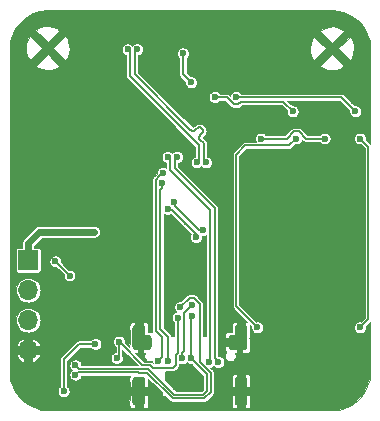
<source format=gbl>
G04 #@! TF.GenerationSoftware,KiCad,Pcbnew,5.1.4+dfsg1-1*
G04 #@! TF.CreationDate,2019-12-22T00:43:44+01:00*
G04 #@! TF.ProjectId,USB-C-Screen-Adapter-LDR6023SS,5553422d-432d-4536-9372-65656e2d4164,rev?*
G04 #@! TF.SameCoordinates,Original*
G04 #@! TF.FileFunction,Copper,L2,Bot*
G04 #@! TF.FilePolarity,Positive*
%FSLAX46Y46*%
G04 Gerber Fmt 4.6, Leading zero omitted, Abs format (unit mm)*
G04 Created by KiCad (PCBNEW 5.1.4+dfsg1-1) date 2019-12-22 00:43:44*
%MOMM*%
%LPD*%
G04 APERTURE LIST*
%ADD10O,1.700000X1.700000*%
%ADD11R,1.700000X1.700000*%
%ADD12C,0.100000*%
%ADD13C,1.300000*%
%ADD14C,1.100000*%
%ADD15C,0.600000*%
%ADD16C,0.600000*%
%ADD17C,0.200000*%
%ADD18C,0.154000*%
G04 APERTURE END LIST*
D10*
X101800000Y-129020000D03*
X101800000Y-126480000D03*
X101800000Y-123940000D03*
D11*
X101800000Y-121400000D03*
D12*
G36*
X120056856Y-127701565D02*
G01*
X120088404Y-127706245D01*
X120119343Y-127713994D01*
X120149372Y-127724739D01*
X120178204Y-127738376D01*
X120205560Y-127754772D01*
X120231178Y-127773772D01*
X120254810Y-127795190D01*
X120276228Y-127818822D01*
X120295228Y-127844440D01*
X120311624Y-127871796D01*
X120325261Y-127900628D01*
X120336006Y-127930657D01*
X120343755Y-127961596D01*
X120348435Y-127993144D01*
X120350000Y-128025000D01*
X120350000Y-128675000D01*
X120348435Y-128706856D01*
X120343755Y-128738404D01*
X120336006Y-128769343D01*
X120325261Y-128799372D01*
X120311624Y-128828204D01*
X120295228Y-128855560D01*
X120276228Y-128881178D01*
X120254810Y-128904810D01*
X120231178Y-128926228D01*
X120205560Y-128945228D01*
X120178204Y-128961624D01*
X120149372Y-128975261D01*
X120119343Y-128986006D01*
X120088404Y-128993755D01*
X120056856Y-128998435D01*
X120025000Y-129000000D01*
X119075000Y-129000000D01*
X119043144Y-128998435D01*
X119011596Y-128993755D01*
X118980657Y-128986006D01*
X118950628Y-128975261D01*
X118921796Y-128961624D01*
X118894440Y-128945228D01*
X118868822Y-128926228D01*
X118845190Y-128904810D01*
X118823772Y-128881178D01*
X118804772Y-128855560D01*
X118788376Y-128828204D01*
X118774739Y-128799372D01*
X118763994Y-128769343D01*
X118756245Y-128738404D01*
X118751565Y-128706856D01*
X118750000Y-128675000D01*
X118750000Y-128025000D01*
X118751565Y-127993144D01*
X118756245Y-127961596D01*
X118763994Y-127930657D01*
X118774739Y-127900628D01*
X118788376Y-127871796D01*
X118804772Y-127844440D01*
X118823772Y-127818822D01*
X118845190Y-127795190D01*
X118868822Y-127773772D01*
X118894440Y-127754772D01*
X118921796Y-127738376D01*
X118950628Y-127724739D01*
X118980657Y-127713994D01*
X119011596Y-127706245D01*
X119043144Y-127701565D01*
X119075000Y-127700000D01*
X120025000Y-127700000D01*
X120056856Y-127701565D01*
X120056856Y-127701565D01*
G37*
D13*
X119550000Y-128350000D03*
D12*
G36*
X111956856Y-127701565D02*
G01*
X111988404Y-127706245D01*
X112019343Y-127713994D01*
X112049372Y-127724739D01*
X112078204Y-127738376D01*
X112105560Y-127754772D01*
X112131178Y-127773772D01*
X112154810Y-127795190D01*
X112176228Y-127818822D01*
X112195228Y-127844440D01*
X112211624Y-127871796D01*
X112225261Y-127900628D01*
X112236006Y-127930657D01*
X112243755Y-127961596D01*
X112248435Y-127993144D01*
X112250000Y-128025000D01*
X112250000Y-128675000D01*
X112248435Y-128706856D01*
X112243755Y-128738404D01*
X112236006Y-128769343D01*
X112225261Y-128799372D01*
X112211624Y-128828204D01*
X112195228Y-128855560D01*
X112176228Y-128881178D01*
X112154810Y-128904810D01*
X112131178Y-128926228D01*
X112105560Y-128945228D01*
X112078204Y-128961624D01*
X112049372Y-128975261D01*
X112019343Y-128986006D01*
X111988404Y-128993755D01*
X111956856Y-128998435D01*
X111925000Y-129000000D01*
X110975000Y-129000000D01*
X110943144Y-128998435D01*
X110911596Y-128993755D01*
X110880657Y-128986006D01*
X110850628Y-128975261D01*
X110821796Y-128961624D01*
X110794440Y-128945228D01*
X110768822Y-128926228D01*
X110745190Y-128904810D01*
X110723772Y-128881178D01*
X110704772Y-128855560D01*
X110688376Y-128828204D01*
X110674739Y-128799372D01*
X110663994Y-128769343D01*
X110656245Y-128738404D01*
X110651565Y-128706856D01*
X110650000Y-128675000D01*
X110650000Y-128025000D01*
X110651565Y-127993144D01*
X110656245Y-127961596D01*
X110663994Y-127930657D01*
X110674739Y-127900628D01*
X110688376Y-127871796D01*
X110704772Y-127844440D01*
X110723772Y-127818822D01*
X110745190Y-127795190D01*
X110768822Y-127773772D01*
X110794440Y-127754772D01*
X110821796Y-127738376D01*
X110850628Y-127724739D01*
X110880657Y-127713994D01*
X110911596Y-127706245D01*
X110943144Y-127701565D01*
X110975000Y-127700000D01*
X111925000Y-127700000D01*
X111956856Y-127701565D01*
X111956856Y-127701565D01*
G37*
D13*
X111450000Y-128350000D03*
D12*
G36*
X120121955Y-126901324D02*
G01*
X120148650Y-126905284D01*
X120174828Y-126911841D01*
X120200238Y-126920933D01*
X120224634Y-126932472D01*
X120247782Y-126946346D01*
X120269458Y-126962422D01*
X120289454Y-126980546D01*
X120307578Y-127000542D01*
X120323654Y-127022218D01*
X120337528Y-127045366D01*
X120349067Y-127069762D01*
X120358159Y-127095172D01*
X120364716Y-127121350D01*
X120368676Y-127148045D01*
X120370000Y-127175000D01*
X120370000Y-128725000D01*
X120368676Y-128751955D01*
X120364716Y-128778650D01*
X120358159Y-128804828D01*
X120349067Y-128830238D01*
X120337528Y-128854634D01*
X120323654Y-128877782D01*
X120307578Y-128899458D01*
X120289454Y-128919454D01*
X120269458Y-128937578D01*
X120247782Y-128953654D01*
X120224634Y-128967528D01*
X120200238Y-128979067D01*
X120174828Y-128988159D01*
X120148650Y-128994716D01*
X120121955Y-128998676D01*
X120095000Y-129000000D01*
X119545000Y-129000000D01*
X119518045Y-128998676D01*
X119491350Y-128994716D01*
X119465172Y-128988159D01*
X119439762Y-128979067D01*
X119415366Y-128967528D01*
X119392218Y-128953654D01*
X119370542Y-128937578D01*
X119350546Y-128919454D01*
X119332422Y-128899458D01*
X119316346Y-128877782D01*
X119302472Y-128854634D01*
X119290933Y-128830238D01*
X119281841Y-128804828D01*
X119275284Y-128778650D01*
X119271324Y-128751955D01*
X119270000Y-128725000D01*
X119270000Y-127175000D01*
X119271324Y-127148045D01*
X119275284Y-127121350D01*
X119281841Y-127095172D01*
X119290933Y-127069762D01*
X119302472Y-127045366D01*
X119316346Y-127022218D01*
X119332422Y-127000542D01*
X119350546Y-126980546D01*
X119370542Y-126962422D01*
X119392218Y-126946346D01*
X119415366Y-126932472D01*
X119439762Y-126920933D01*
X119465172Y-126911841D01*
X119491350Y-126905284D01*
X119518045Y-126901324D01*
X119545000Y-126900000D01*
X120095000Y-126900000D01*
X120121955Y-126901324D01*
X120121955Y-126901324D01*
G37*
D14*
X119820000Y-127950000D03*
D12*
G36*
X111481955Y-126901324D02*
G01*
X111508650Y-126905284D01*
X111534828Y-126911841D01*
X111560238Y-126920933D01*
X111584634Y-126932472D01*
X111607782Y-126946346D01*
X111629458Y-126962422D01*
X111649454Y-126980546D01*
X111667578Y-127000542D01*
X111683654Y-127022218D01*
X111697528Y-127045366D01*
X111709067Y-127069762D01*
X111718159Y-127095172D01*
X111724716Y-127121350D01*
X111728676Y-127148045D01*
X111730000Y-127175000D01*
X111730000Y-128725000D01*
X111728676Y-128751955D01*
X111724716Y-128778650D01*
X111718159Y-128804828D01*
X111709067Y-128830238D01*
X111697528Y-128854634D01*
X111683654Y-128877782D01*
X111667578Y-128899458D01*
X111649454Y-128919454D01*
X111629458Y-128937578D01*
X111607782Y-128953654D01*
X111584634Y-128967528D01*
X111560238Y-128979067D01*
X111534828Y-128988159D01*
X111508650Y-128994716D01*
X111481955Y-128998676D01*
X111455000Y-129000000D01*
X110905000Y-129000000D01*
X110878045Y-128998676D01*
X110851350Y-128994716D01*
X110825172Y-128988159D01*
X110799762Y-128979067D01*
X110775366Y-128967528D01*
X110752218Y-128953654D01*
X110730542Y-128937578D01*
X110710546Y-128919454D01*
X110692422Y-128899458D01*
X110676346Y-128877782D01*
X110662472Y-128854634D01*
X110650933Y-128830238D01*
X110641841Y-128804828D01*
X110635284Y-128778650D01*
X110631324Y-128751955D01*
X110630000Y-128725000D01*
X110630000Y-127175000D01*
X110631324Y-127148045D01*
X110635284Y-127121350D01*
X110641841Y-127095172D01*
X110650933Y-127069762D01*
X110662472Y-127045366D01*
X110676346Y-127022218D01*
X110692422Y-127000542D01*
X110710546Y-126980546D01*
X110730542Y-126962422D01*
X110752218Y-126946346D01*
X110775366Y-126932472D01*
X110799762Y-126920933D01*
X110825172Y-126911841D01*
X110851350Y-126905284D01*
X110878045Y-126901324D01*
X110905000Y-126900000D01*
X111455000Y-126900000D01*
X111481955Y-126901324D01*
X111481955Y-126901324D01*
G37*
D14*
X111180000Y-127950000D03*
D12*
G36*
X120121955Y-131301324D02*
G01*
X120148650Y-131305284D01*
X120174828Y-131311841D01*
X120200238Y-131320933D01*
X120224634Y-131332472D01*
X120247782Y-131346346D01*
X120269458Y-131362422D01*
X120289454Y-131380546D01*
X120307578Y-131400542D01*
X120323654Y-131422218D01*
X120337528Y-131445366D01*
X120349067Y-131469762D01*
X120358159Y-131495172D01*
X120364716Y-131521350D01*
X120368676Y-131548045D01*
X120370000Y-131575000D01*
X120370000Y-133425000D01*
X120368676Y-133451955D01*
X120364716Y-133478650D01*
X120358159Y-133504828D01*
X120349067Y-133530238D01*
X120337528Y-133554634D01*
X120323654Y-133577782D01*
X120307578Y-133599458D01*
X120289454Y-133619454D01*
X120269458Y-133637578D01*
X120247782Y-133653654D01*
X120224634Y-133667528D01*
X120200238Y-133679067D01*
X120174828Y-133688159D01*
X120148650Y-133694716D01*
X120121955Y-133698676D01*
X120095000Y-133700000D01*
X119545000Y-133700000D01*
X119518045Y-133698676D01*
X119491350Y-133694716D01*
X119465172Y-133688159D01*
X119439762Y-133679067D01*
X119415366Y-133667528D01*
X119392218Y-133653654D01*
X119370542Y-133637578D01*
X119350546Y-133619454D01*
X119332422Y-133599458D01*
X119316346Y-133577782D01*
X119302472Y-133554634D01*
X119290933Y-133530238D01*
X119281841Y-133504828D01*
X119275284Y-133478650D01*
X119271324Y-133451955D01*
X119270000Y-133425000D01*
X119270000Y-131575000D01*
X119271324Y-131548045D01*
X119275284Y-131521350D01*
X119281841Y-131495172D01*
X119290933Y-131469762D01*
X119302472Y-131445366D01*
X119316346Y-131422218D01*
X119332422Y-131400542D01*
X119350546Y-131380546D01*
X119370542Y-131362422D01*
X119392218Y-131346346D01*
X119415366Y-131332472D01*
X119439762Y-131320933D01*
X119465172Y-131311841D01*
X119491350Y-131305284D01*
X119518045Y-131301324D01*
X119545000Y-131300000D01*
X120095000Y-131300000D01*
X120121955Y-131301324D01*
X120121955Y-131301324D01*
G37*
D14*
X119820000Y-132500000D03*
D12*
G36*
X111481955Y-131301324D02*
G01*
X111508650Y-131305284D01*
X111534828Y-131311841D01*
X111560238Y-131320933D01*
X111584634Y-131332472D01*
X111607782Y-131346346D01*
X111629458Y-131362422D01*
X111649454Y-131380546D01*
X111667578Y-131400542D01*
X111683654Y-131422218D01*
X111697528Y-131445366D01*
X111709067Y-131469762D01*
X111718159Y-131495172D01*
X111724716Y-131521350D01*
X111728676Y-131548045D01*
X111730000Y-131575000D01*
X111730000Y-133425000D01*
X111728676Y-133451955D01*
X111724716Y-133478650D01*
X111718159Y-133504828D01*
X111709067Y-133530238D01*
X111697528Y-133554634D01*
X111683654Y-133577782D01*
X111667578Y-133599458D01*
X111649454Y-133619454D01*
X111629458Y-133637578D01*
X111607782Y-133653654D01*
X111584634Y-133667528D01*
X111560238Y-133679067D01*
X111534828Y-133688159D01*
X111508650Y-133694716D01*
X111481955Y-133698676D01*
X111455000Y-133700000D01*
X110905000Y-133700000D01*
X110878045Y-133698676D01*
X110851350Y-133694716D01*
X110825172Y-133688159D01*
X110799762Y-133679067D01*
X110775366Y-133667528D01*
X110752218Y-133653654D01*
X110730542Y-133637578D01*
X110710546Y-133619454D01*
X110692422Y-133599458D01*
X110676346Y-133577782D01*
X110662472Y-133554634D01*
X110650933Y-133530238D01*
X110641841Y-133504828D01*
X110635284Y-133478650D01*
X110631324Y-133451955D01*
X110630000Y-133425000D01*
X110630000Y-131575000D01*
X110631324Y-131548045D01*
X110635284Y-131521350D01*
X110641841Y-131495172D01*
X110650933Y-131469762D01*
X110662472Y-131445366D01*
X110676346Y-131422218D01*
X110692422Y-131400542D01*
X110710546Y-131380546D01*
X110730542Y-131362422D01*
X110752218Y-131346346D01*
X110775366Y-131332472D01*
X110799762Y-131320933D01*
X110825172Y-131311841D01*
X110851350Y-131305284D01*
X110878045Y-131301324D01*
X110905000Y-131300000D01*
X111455000Y-131300000D01*
X111481955Y-131301324D01*
X111481955Y-131301324D01*
G37*
D14*
X111180000Y-132500000D03*
D15*
X114600000Y-124200000D03*
X106000000Y-107000000D03*
X106000000Y-106200000D03*
X105200000Y-107000000D03*
X112000000Y-103400000D03*
X113000000Y-103400000D03*
X114000000Y-103400000D03*
X116000000Y-103400000D03*
X122800000Y-103600000D03*
X124000000Y-105400000D03*
X121200000Y-100800000D03*
X120000000Y-100800000D03*
X118800000Y-100800000D03*
X117600000Y-100800000D03*
X116400000Y-100800000D03*
X115200000Y-100800000D03*
X114000000Y-100800000D03*
X112800000Y-100800000D03*
X111600000Y-100800000D03*
X110400000Y-100800000D03*
X109200000Y-100800000D03*
X108000000Y-100800000D03*
X122400000Y-100800000D03*
X123600000Y-100800000D03*
X116200000Y-120800000D03*
X116200000Y-121800000D03*
X116200000Y-122800000D03*
X112000000Y-126000000D03*
X112000000Y-124000000D03*
X112000000Y-122000000D03*
X112000000Y-120000000D03*
X112000000Y-118000000D03*
X112000000Y-116000000D03*
X111000000Y-115000000D03*
X110500000Y-112500000D03*
X110500000Y-111000000D03*
X110500000Y-109500000D03*
X110500000Y-108000000D03*
X116000000Y-109500000D03*
X116000000Y-108000000D03*
X117500000Y-110500000D03*
X117500000Y-112000000D03*
X117500000Y-114000000D03*
X118100000Y-115500000D03*
X118500000Y-117000000D03*
X118500000Y-118500000D03*
X118500000Y-120000000D03*
X118500000Y-121500000D03*
X118500000Y-123000000D03*
X118500000Y-126000000D03*
X120500000Y-125500000D03*
X121000000Y-126000000D03*
X118500000Y-110000000D03*
X119400000Y-110000000D03*
X119400000Y-111000000D03*
X118500000Y-104000000D03*
X118500000Y-105900000D03*
X120700000Y-106500000D03*
X124800000Y-108200000D03*
X125100000Y-108900000D03*
X122200000Y-109000000D03*
X122600000Y-112700000D03*
X124900000Y-112800000D03*
X124900000Y-112100000D03*
X130000000Y-112600000D03*
X128000000Y-112600000D03*
X128000000Y-111900000D03*
X128000000Y-111200000D03*
X129400000Y-107900000D03*
X130200000Y-108300000D03*
X130400000Y-109400000D03*
X127500000Y-109000000D03*
X123900000Y-121600000D03*
X123900000Y-122400000D03*
X123900000Y-123200000D03*
X123900000Y-124000000D03*
X129300000Y-121600000D03*
X129300000Y-122400000D03*
X129300000Y-123200000D03*
X129300000Y-124000000D03*
X108300000Y-119000000D03*
X109000000Y-119000000D03*
X109200000Y-115400000D03*
X109200000Y-114600000D03*
X108200000Y-112700000D03*
X103300000Y-113600000D03*
X102600000Y-113600000D03*
X102400000Y-112800000D03*
X101600000Y-117000000D03*
X101600000Y-117800000D03*
X101600000Y-118700000D03*
X103800000Y-120300000D03*
X103200000Y-121800000D03*
X104900000Y-124300000D03*
X104900000Y-125000000D03*
X107900000Y-124900000D03*
X109200000Y-122300000D03*
X106400000Y-122400000D03*
X110400000Y-123200000D03*
X103900000Y-131600000D03*
X105600000Y-131900000D03*
X116250000Y-132050000D03*
X115600000Y-132200000D03*
X114950000Y-132200000D03*
X114350000Y-132150000D03*
X116300000Y-131400000D03*
X115290000Y-130470000D03*
X114120000Y-131030000D03*
X114830000Y-130960000D03*
X105900000Y-119000000D03*
X106700000Y-119000000D03*
X107400000Y-119000000D03*
X107500000Y-128500000D03*
X104800000Y-132500000D03*
X113160000Y-114860000D03*
X113600000Y-129960000D03*
X113200000Y-114010000D03*
X112830000Y-129950000D03*
X113617157Y-117082843D03*
X116007157Y-119452843D03*
X114182843Y-116517157D03*
X116572843Y-118887157D03*
X114680000Y-125370000D03*
X105800000Y-131100000D03*
X114460000Y-126260000D03*
X109487603Y-128302397D03*
X109300000Y-129700000D03*
X115590990Y-129690000D03*
X115680609Y-126169822D03*
X105800000Y-130300000D03*
X116860000Y-113120000D03*
X111020000Y-103550000D03*
X115600000Y-106350000D03*
X114900000Y-103900000D03*
X115650000Y-125200000D03*
X114834598Y-129720623D03*
X116060000Y-113120000D03*
X110220000Y-103550000D03*
X113600000Y-112660000D03*
X117090000Y-130020000D03*
X114400000Y-112660000D03*
X117890000Y-130020000D03*
X105300000Y-122700000D03*
X104100000Y-121500000D03*
X124200000Y-108800000D03*
X117600000Y-107600000D03*
X119400000Y-107600000D03*
X129500000Y-108800000D03*
X121500000Y-111100000D03*
X126900000Y-111100000D03*
X124500000Y-111100000D03*
X121200000Y-127100002D03*
X129900000Y-111100000D03*
X129900000Y-127100000D03*
D16*
X101800000Y-119950000D02*
X102750000Y-119000000D01*
X101800000Y-121400000D02*
X101800000Y-119950000D01*
X106700000Y-119000000D02*
X107400000Y-119000000D01*
X107400000Y-119000000D02*
X104800000Y-119000000D01*
X102750000Y-119000000D02*
X104800000Y-119000000D01*
X104800000Y-119000000D02*
X105900000Y-119000000D01*
D17*
X107500000Y-128500000D02*
X106100000Y-128500000D01*
X106100000Y-128500000D02*
X104800000Y-129800000D01*
X104800000Y-132400000D02*
X104800000Y-132500000D01*
X104800000Y-129800000D02*
X104800000Y-132400000D01*
X113160000Y-115284264D02*
X113000000Y-115444264D01*
X113160000Y-114860000D02*
X113160000Y-115284264D01*
X113000000Y-127260000D02*
X113625000Y-127885000D01*
X113000000Y-115444264D02*
X113000000Y-127260000D01*
X113625000Y-129815415D02*
X113766587Y-129957002D01*
X113625000Y-127885000D02*
X113625000Y-129815415D01*
X112600000Y-114610000D02*
X112900001Y-114309999D01*
X112967998Y-129950000D02*
X112830000Y-129950000D01*
X112975000Y-129957002D02*
X112967998Y-129950000D01*
X112900001Y-114309999D02*
X113200000Y-114010000D01*
X112830000Y-129905638D02*
X113125000Y-129610638D01*
X113125000Y-129610638D02*
X113125000Y-127889888D01*
X112600000Y-127364888D02*
X112600000Y-114610000D01*
X113125000Y-127889888D02*
X112600000Y-127364888D01*
X112830000Y-129950000D02*
X112830000Y-129905638D01*
X115117157Y-118300000D02*
X115117157Y-118300001D01*
X116007157Y-119452843D02*
X116007157Y-119170000D01*
X116007157Y-119170000D02*
X113953579Y-117116422D01*
X113650736Y-117116422D02*
X113617157Y-117082843D01*
X113953579Y-117116422D02*
X113650736Y-117116422D01*
X115400000Y-118017157D02*
X115400001Y-118017157D01*
X116572843Y-118887157D02*
X116290000Y-118887157D01*
X116290000Y-118887157D02*
X114236422Y-116833579D01*
X114236422Y-116570736D02*
X114182843Y-116517157D01*
X114236422Y-116833579D02*
X114236422Y-116570736D01*
D18*
X116728824Y-133111011D02*
X114031176Y-133111011D01*
X111832188Y-130912022D02*
X111217558Y-130912022D01*
X115820000Y-124580000D02*
X116360000Y-125120000D01*
X116360000Y-125120000D02*
X116360000Y-130060166D01*
X111215536Y-130910000D02*
X107800000Y-130910000D01*
X117240000Y-132599835D02*
X116728824Y-133111011D01*
X116360000Y-130060166D02*
X117240000Y-130940165D01*
X114031176Y-133111011D02*
X111832188Y-130912022D01*
X115470000Y-124580000D02*
X115820000Y-124580000D01*
X111217558Y-130912022D02*
X111215536Y-130910000D01*
X114680000Y-125370000D02*
X115470000Y-124580000D01*
X117240000Y-130940165D02*
X117240000Y-132599835D01*
X107800000Y-130910000D02*
X105990000Y-130910000D01*
X105990000Y-130910000D02*
X105800000Y-131100000D01*
X109787602Y-128602396D02*
X109487603Y-128302397D01*
X111475206Y-130290000D02*
X109787602Y-128602396D01*
X112130000Y-130290000D02*
X111475206Y-130290000D01*
X112335999Y-130495999D02*
X112130000Y-130290000D01*
X114460000Y-126260000D02*
X114460000Y-129270000D01*
X114300597Y-130289403D02*
X114094001Y-130495999D01*
X114460000Y-129270000D02*
X114300597Y-129429403D01*
X114094001Y-130495999D02*
X112335999Y-130495999D01*
X114300597Y-129429403D02*
X114300597Y-130289403D01*
X109487603Y-129512397D02*
X109300000Y-129700000D01*
X109487603Y-128302397D02*
X109487603Y-129512397D01*
X115590990Y-129690000D02*
X115590990Y-126259441D01*
X115590990Y-126259441D02*
X115680609Y-126169822D01*
X107671176Y-130598989D02*
X107491011Y-130598989D01*
X111344360Y-130598989D02*
X107671176Y-130598989D01*
X111346382Y-130601011D02*
X111344360Y-130598989D01*
X116928989Y-132471011D02*
X116600000Y-132800000D01*
X116928989Y-131068989D02*
X116928989Y-132471011D01*
X115890989Y-129989999D02*
X115890989Y-130030989D01*
X115590990Y-129690000D02*
X115890989Y-129989999D01*
X114160000Y-132800000D02*
X111961011Y-130601011D01*
X116600000Y-132800000D02*
X114160000Y-132800000D01*
X115890989Y-130030989D02*
X116928989Y-131068989D01*
X111961011Y-130601011D02*
X111346382Y-130601011D01*
X107491011Y-130598989D02*
X106098989Y-130598989D01*
X106098989Y-130598989D02*
X105800000Y-130300000D01*
D17*
X110820000Y-103750000D02*
X111020000Y-103550000D01*
X115640940Y-110446081D02*
X115580415Y-110416933D01*
X115706435Y-110461029D02*
X115640940Y-110446081D01*
X115839108Y-110446081D02*
X115773613Y-110461029D01*
X116088402Y-110238803D02*
X115952156Y-110375048D01*
X116140925Y-110196917D02*
X116088402Y-110238803D01*
X110820000Y-105667156D02*
X110820000Y-103750000D01*
X116201451Y-110167770D02*
X116140925Y-110196917D01*
X116305389Y-111110529D02*
X116290440Y-111045035D01*
X116334536Y-110851836D02*
X116376422Y-110799313D01*
X116290440Y-110977856D02*
X116305389Y-110912362D01*
X116305389Y-110912362D02*
X116334536Y-110851836D01*
X116660000Y-111507156D02*
X116376422Y-111223578D01*
X115580415Y-110416933D02*
X115527893Y-110375049D01*
X116860000Y-113120000D02*
X116660000Y-112920000D01*
X115899634Y-110416933D02*
X115839108Y-110446081D01*
X116376422Y-110799313D02*
X116512667Y-110663067D01*
X116460144Y-110196917D02*
X116399618Y-110167770D01*
X116376422Y-111223578D02*
X116334536Y-111171055D01*
X116554552Y-110610545D02*
X116583700Y-110550019D01*
X116399618Y-110167770D02*
X116334124Y-110152821D01*
X116598648Y-110484524D02*
X116598648Y-110417346D01*
X115527893Y-110375049D02*
X110820000Y-105667156D01*
X116583700Y-110550019D02*
X116598648Y-110484524D01*
X116554552Y-110291326D02*
X116512667Y-110238803D01*
X115952156Y-110375048D02*
X115899634Y-110416933D01*
X116598648Y-110417346D02*
X116583700Y-110351851D01*
X116334536Y-111171055D02*
X116305389Y-111110529D01*
X116583700Y-110351851D02*
X116554552Y-110291326D01*
X115773613Y-110461029D02*
X115706435Y-110461029D01*
X116290440Y-111045035D02*
X116290440Y-110977856D01*
X116512667Y-110238803D02*
X116460144Y-110196917D01*
X116660000Y-112920000D02*
X116660000Y-111507156D01*
X116512667Y-110663067D02*
X116554552Y-110610545D01*
X116334124Y-110152821D02*
X116266945Y-110152821D01*
X116266945Y-110152821D02*
X116201451Y-110167770D01*
X115600000Y-106350000D02*
X114900000Y-105650000D01*
X114900000Y-105650000D02*
X114900000Y-103900000D01*
D18*
X115000000Y-125850000D02*
X115000000Y-129130957D01*
X115650000Y-125200000D02*
X115000000Y-125850000D01*
X114834598Y-129296359D02*
X114834598Y-129720623D01*
X115000000Y-129130957D02*
X114834598Y-129296359D01*
D17*
X116060000Y-113120000D02*
X116260000Y-112920000D01*
X116260000Y-112920000D02*
X116260000Y-111672844D01*
X116260000Y-111672844D02*
X110420000Y-105832844D01*
X110420000Y-105832844D02*
X110420000Y-103750000D01*
X110420000Y-103750000D02*
X110220000Y-103550000D01*
X117180000Y-129820000D02*
X116980000Y-130020000D01*
X113600000Y-112660000D02*
X113800000Y-112860000D01*
X113800000Y-112860000D02*
X113800000Y-113792844D01*
X113800000Y-113792844D02*
X117180000Y-117172844D01*
X117180000Y-117172844D02*
X117180000Y-129820000D01*
X117890000Y-130020000D02*
X117780000Y-130020000D01*
X114200000Y-112860000D02*
X114200000Y-113627156D01*
X114200000Y-113627156D02*
X117580000Y-117007156D01*
X114400000Y-112660000D02*
X114200000Y-112860000D01*
X117580000Y-117007156D02*
X117580000Y-129710000D01*
X117580000Y-129710000D02*
X117890000Y-130020000D01*
D18*
X105300000Y-122700000D02*
X104100000Y-121500000D01*
X118600000Y-107600000D02*
X117600000Y-107600000D01*
X124200000Y-108800000D02*
X123400000Y-108000000D01*
X123400000Y-108000000D02*
X119800000Y-108000000D01*
X119800000Y-108000000D02*
X119600000Y-108200000D01*
X119200000Y-108200000D02*
X118600000Y-107600000D01*
X119600000Y-108200000D02*
X119200000Y-108200000D01*
X129500000Y-108800000D02*
X128300000Y-107600000D01*
X128300000Y-107600000D02*
X119824264Y-107600000D01*
X119824264Y-107600000D02*
X119400000Y-107600000D01*
X124700000Y-110500000D02*
X124300000Y-110500000D01*
X123700000Y-111100000D02*
X121500000Y-111100000D01*
X124300000Y-110500000D02*
X123700000Y-111100000D01*
X126900000Y-111100000D02*
X125300000Y-111100000D01*
X125300000Y-111100000D02*
X124700000Y-110500000D01*
X120900001Y-126800003D02*
X121200000Y-127100002D01*
X119388989Y-112471176D02*
X119388989Y-125288991D01*
X119388989Y-125288991D02*
X120900001Y-126800003D01*
X120171177Y-111688989D02*
X119388989Y-112471176D01*
X123911011Y-111688989D02*
X120171177Y-111688989D01*
X124500000Y-111100000D02*
X123911011Y-111688989D01*
X129900000Y-111100000D02*
X130600000Y-111800000D01*
X130600000Y-126400000D02*
X129900000Y-127100000D01*
X130600000Y-111800000D02*
X130600000Y-126400000D01*
D12*
G36*
X115267796Y-130083812D02*
G01*
X115350836Y-130139297D01*
X115443104Y-130177516D01*
X115541055Y-130197000D01*
X115640925Y-130197000D01*
X115657182Y-130193766D01*
X115689200Y-130232779D01*
X115700040Y-130241675D01*
X116644989Y-131186626D01*
X116644990Y-132353374D01*
X116482364Y-132516000D01*
X114277636Y-132516000D01*
X113350000Y-131588365D01*
X113350000Y-130921218D01*
X113496174Y-130779999D01*
X114080052Y-130779999D01*
X114094001Y-130781373D01*
X114107950Y-130779999D01*
X114107953Y-130779999D01*
X114149675Y-130775890D01*
X114203209Y-130759650D01*
X114252546Y-130733279D01*
X114295791Y-130697789D01*
X114304692Y-130686943D01*
X114491546Y-130500090D01*
X114502387Y-130491193D01*
X114522855Y-130466253D01*
X114537877Y-130447949D01*
X114564248Y-130398611D01*
X114567833Y-130386792D01*
X114580488Y-130345077D01*
X114584597Y-130303355D01*
X114584597Y-130303352D01*
X114585971Y-130289403D01*
X114584597Y-130275454D01*
X114584597Y-130163341D01*
X114594444Y-130169920D01*
X114686712Y-130208139D01*
X114784663Y-130227623D01*
X114884533Y-130227623D01*
X114982484Y-130208139D01*
X115074752Y-130169920D01*
X115157792Y-130114435D01*
X115228106Y-130044122D01*
X115267796Y-130083812D01*
X115267796Y-130083812D01*
G37*
X115267796Y-130083812D02*
X115350836Y-130139297D01*
X115443104Y-130177516D01*
X115541055Y-130197000D01*
X115640925Y-130197000D01*
X115657182Y-130193766D01*
X115689200Y-130232779D01*
X115700040Y-130241675D01*
X116644989Y-131186626D01*
X116644990Y-132353374D01*
X116482364Y-132516000D01*
X114277636Y-132516000D01*
X113350000Y-131588365D01*
X113350000Y-130921218D01*
X113496174Y-130779999D01*
X114080052Y-130779999D01*
X114094001Y-130781373D01*
X114107950Y-130779999D01*
X114107953Y-130779999D01*
X114149675Y-130775890D01*
X114203209Y-130759650D01*
X114252546Y-130733279D01*
X114295791Y-130697789D01*
X114304692Y-130686943D01*
X114491546Y-130500090D01*
X114502387Y-130491193D01*
X114522855Y-130466253D01*
X114537877Y-130447949D01*
X114564248Y-130398611D01*
X114567833Y-130386792D01*
X114580488Y-130345077D01*
X114584597Y-130303355D01*
X114584597Y-130303352D01*
X114585971Y-130289403D01*
X114584597Y-130275454D01*
X114584597Y-130163341D01*
X114594444Y-130169920D01*
X114686712Y-130208139D01*
X114784663Y-130227623D01*
X114884533Y-130227623D01*
X114982484Y-130208139D01*
X115074752Y-130169920D01*
X115157792Y-130114435D01*
X115228106Y-130044122D01*
X115267796Y-130083812D01*
G36*
X128134544Y-100295330D02*
G01*
X128744914Y-100479612D01*
X129307869Y-100778942D01*
X129801962Y-101181913D01*
X130208373Y-101673180D01*
X130511622Y-102234027D01*
X130700162Y-102843103D01*
X130767957Y-103488123D01*
X130768001Y-103500807D01*
X130768001Y-111566364D01*
X130397804Y-111196168D01*
X130407000Y-111149935D01*
X130407000Y-111050065D01*
X130387516Y-110952114D01*
X130349297Y-110859846D01*
X130293812Y-110776806D01*
X130223194Y-110706188D01*
X130140154Y-110650703D01*
X130047886Y-110612484D01*
X129949935Y-110593000D01*
X129850065Y-110593000D01*
X129752114Y-110612484D01*
X129659846Y-110650703D01*
X129576806Y-110706188D01*
X129506188Y-110776806D01*
X129450703Y-110859846D01*
X129412484Y-110952114D01*
X129393000Y-111050065D01*
X129393000Y-111149935D01*
X129412484Y-111247886D01*
X129450703Y-111340154D01*
X129506188Y-111423194D01*
X129576806Y-111493812D01*
X129659846Y-111549297D01*
X129752114Y-111587516D01*
X129850065Y-111607000D01*
X129949935Y-111607000D01*
X129996168Y-111597804D01*
X130316000Y-111917637D01*
X130316001Y-126282362D01*
X129996168Y-126602196D01*
X129949935Y-126593000D01*
X129850065Y-126593000D01*
X129752114Y-126612484D01*
X129659846Y-126650703D01*
X129576806Y-126706188D01*
X129506188Y-126776806D01*
X129450703Y-126859846D01*
X129412484Y-126952114D01*
X129393000Y-127050065D01*
X129393000Y-127149935D01*
X129412484Y-127247886D01*
X129450703Y-127340154D01*
X129506188Y-127423194D01*
X129576806Y-127493812D01*
X129659846Y-127549297D01*
X129752114Y-127587516D01*
X129850065Y-127607000D01*
X129949935Y-127607000D01*
X130047886Y-127587516D01*
X130140154Y-127549297D01*
X130223194Y-127493812D01*
X130293812Y-127423194D01*
X130349297Y-127340154D01*
X130387516Y-127247886D01*
X130407000Y-127149935D01*
X130407000Y-127050065D01*
X130397804Y-127003832D01*
X130768000Y-126633637D01*
X130768000Y-130838651D01*
X130704670Y-131484544D01*
X130520388Y-132094913D01*
X130221060Y-132657867D01*
X129818087Y-133151962D01*
X129326822Y-133558372D01*
X128765973Y-133861622D01*
X128156897Y-134050162D01*
X127511877Y-134117957D01*
X127499480Y-134118000D01*
X103511349Y-134118000D01*
X102865456Y-134054670D01*
X102255087Y-133870388D01*
X101934634Y-133700000D01*
X110378790Y-133700000D01*
X110383617Y-133749009D01*
X110397912Y-133796134D01*
X110421127Y-133839565D01*
X110452368Y-133877632D01*
X110490435Y-133908873D01*
X110533866Y-133932088D01*
X110580991Y-133946383D01*
X110630000Y-133951210D01*
X110767500Y-133950000D01*
X110830000Y-133887500D01*
X110830000Y-132850000D01*
X111530000Y-132850000D01*
X111530000Y-133887500D01*
X111592500Y-133950000D01*
X111730000Y-133951210D01*
X111779009Y-133946383D01*
X111826134Y-133932088D01*
X111869565Y-133908873D01*
X111907632Y-133877632D01*
X111938873Y-133839565D01*
X111962088Y-133796134D01*
X111976383Y-133749009D01*
X111981210Y-133700000D01*
X119018790Y-133700000D01*
X119023617Y-133749009D01*
X119037912Y-133796134D01*
X119061127Y-133839565D01*
X119092368Y-133877632D01*
X119130435Y-133908873D01*
X119173866Y-133932088D01*
X119220991Y-133946383D01*
X119270000Y-133951210D01*
X119407500Y-133950000D01*
X119470000Y-133887500D01*
X119470000Y-132850000D01*
X120170000Y-132850000D01*
X120170000Y-133887500D01*
X120232500Y-133950000D01*
X120370000Y-133951210D01*
X120419009Y-133946383D01*
X120466134Y-133932088D01*
X120509565Y-133908873D01*
X120547632Y-133877632D01*
X120578873Y-133839565D01*
X120602088Y-133796134D01*
X120616383Y-133749009D01*
X120621210Y-133700000D01*
X120620000Y-132912500D01*
X120557500Y-132850000D01*
X120170000Y-132850000D01*
X119470000Y-132850000D01*
X119082500Y-132850000D01*
X119020000Y-132912500D01*
X119018790Y-133700000D01*
X111981210Y-133700000D01*
X111980000Y-132912500D01*
X111917500Y-132850000D01*
X111530000Y-132850000D01*
X110830000Y-132850000D01*
X110442500Y-132850000D01*
X110380000Y-132912500D01*
X110378790Y-133700000D01*
X101934634Y-133700000D01*
X101692133Y-133571060D01*
X101198038Y-133168087D01*
X100791628Y-132676822D01*
X100669021Y-132450065D01*
X104293000Y-132450065D01*
X104293000Y-132549935D01*
X104312484Y-132647886D01*
X104350703Y-132740154D01*
X104406188Y-132823194D01*
X104476806Y-132893812D01*
X104559846Y-132949297D01*
X104652114Y-132987516D01*
X104750065Y-133007000D01*
X104849935Y-133007000D01*
X104947886Y-132987516D01*
X105040154Y-132949297D01*
X105123194Y-132893812D01*
X105193812Y-132823194D01*
X105249297Y-132740154D01*
X105287516Y-132647886D01*
X105307000Y-132549935D01*
X105307000Y-132450065D01*
X105287516Y-132352114D01*
X105249297Y-132259846D01*
X105193812Y-132176806D01*
X105123194Y-132106188D01*
X105107000Y-132095368D01*
X105107000Y-130250065D01*
X105293000Y-130250065D01*
X105293000Y-130349935D01*
X105312484Y-130447886D01*
X105350703Y-130540154D01*
X105406188Y-130623194D01*
X105476806Y-130693812D01*
X105486067Y-130700000D01*
X105476806Y-130706188D01*
X105406188Y-130776806D01*
X105350703Y-130859846D01*
X105312484Y-130952114D01*
X105293000Y-131050065D01*
X105293000Y-131149935D01*
X105312484Y-131247886D01*
X105350703Y-131340154D01*
X105406188Y-131423194D01*
X105476806Y-131493812D01*
X105559846Y-131549297D01*
X105652114Y-131587516D01*
X105750065Y-131607000D01*
X105849935Y-131607000D01*
X105947886Y-131587516D01*
X106040154Y-131549297D01*
X106123194Y-131493812D01*
X106193812Y-131423194D01*
X106249297Y-131340154D01*
X106287516Y-131247886D01*
X106298235Y-131194000D01*
X110403186Y-131194000D01*
X110397912Y-131203866D01*
X110383617Y-131250991D01*
X110378790Y-131300000D01*
X110380000Y-132087500D01*
X110442500Y-132150000D01*
X110830000Y-132150000D01*
X110830000Y-132130000D01*
X111530000Y-132130000D01*
X111530000Y-132150000D01*
X111917500Y-132150000D01*
X111980000Y-132087500D01*
X111980960Y-131462430D01*
X113093000Y-132574471D01*
X113093000Y-132700000D01*
X113096977Y-132740384D01*
X113108757Y-132779215D01*
X113127886Y-132815003D01*
X113153629Y-132846371D01*
X113184997Y-132872114D01*
X113220785Y-132891243D01*
X113259616Y-132903023D01*
X113300000Y-132907000D01*
X113425529Y-132907000D01*
X113820494Y-133301966D01*
X113829386Y-133312801D01*
X113872631Y-133348291D01*
X113921968Y-133374662D01*
X113975502Y-133390902D01*
X114017224Y-133395011D01*
X114017234Y-133395011D01*
X114031175Y-133396384D01*
X114045116Y-133395011D01*
X116714875Y-133395011D01*
X116728824Y-133396385D01*
X116742773Y-133395011D01*
X116742776Y-133395011D01*
X116784498Y-133390902D01*
X116838032Y-133374662D01*
X116887369Y-133348291D01*
X116930614Y-133312801D01*
X116939515Y-133301955D01*
X117430949Y-132810522D01*
X117441790Y-132801625D01*
X117462258Y-132776685D01*
X117477280Y-132758381D01*
X117503651Y-132709043D01*
X117506528Y-132699560D01*
X117519891Y-132655509D01*
X117524000Y-132613787D01*
X117524000Y-132613785D01*
X117525374Y-132599836D01*
X117524000Y-132585887D01*
X117524000Y-131300000D01*
X119018790Y-131300000D01*
X119020000Y-132087500D01*
X119082500Y-132150000D01*
X119470000Y-132150000D01*
X119470000Y-131112500D01*
X120170000Y-131112500D01*
X120170000Y-132150000D01*
X120557500Y-132150000D01*
X120620000Y-132087500D01*
X120621210Y-131300000D01*
X120616383Y-131250991D01*
X120602088Y-131203866D01*
X120578873Y-131160435D01*
X120547632Y-131122368D01*
X120509565Y-131091127D01*
X120466134Y-131067912D01*
X120419009Y-131053617D01*
X120370000Y-131048790D01*
X120232500Y-131050000D01*
X120170000Y-131112500D01*
X119470000Y-131112500D01*
X119407500Y-131050000D01*
X119270000Y-131048790D01*
X119220991Y-131053617D01*
X119173866Y-131067912D01*
X119130435Y-131091127D01*
X119092368Y-131122368D01*
X119061127Y-131160435D01*
X119037912Y-131203866D01*
X119023617Y-131250991D01*
X119018790Y-131300000D01*
X117524000Y-131300000D01*
X117524000Y-130954105D01*
X117525373Y-130940164D01*
X117524000Y-130926223D01*
X117524000Y-130926213D01*
X117519891Y-130884491D01*
X117503651Y-130830957D01*
X117490220Y-130805829D01*
X117477280Y-130781619D01*
X117450683Y-130749211D01*
X117450682Y-130749210D01*
X117441790Y-130738375D01*
X117430955Y-130729483D01*
X117213782Y-130512311D01*
X117237886Y-130507516D01*
X117330154Y-130469297D01*
X117413194Y-130413812D01*
X117483812Y-130343194D01*
X117490000Y-130333933D01*
X117496188Y-130343194D01*
X117566806Y-130413812D01*
X117649846Y-130469297D01*
X117742114Y-130507516D01*
X117840065Y-130527000D01*
X117939935Y-130527000D01*
X118037886Y-130507516D01*
X118130154Y-130469297D01*
X118213194Y-130413812D01*
X118283812Y-130343194D01*
X118339297Y-130260154D01*
X118377516Y-130167886D01*
X118397000Y-130069935D01*
X118397000Y-129970065D01*
X118377516Y-129872114D01*
X118339297Y-129779846D01*
X118283812Y-129696806D01*
X118213194Y-129626188D01*
X118130154Y-129570703D01*
X118037886Y-129532484D01*
X117939935Y-129513000D01*
X117887000Y-129513000D01*
X117887000Y-129467489D01*
X118443000Y-129467489D01*
X118443000Y-129557511D01*
X118460562Y-129645802D01*
X118495012Y-129728971D01*
X118545025Y-129803820D01*
X118608680Y-129867475D01*
X118683529Y-129917488D01*
X118766698Y-129951938D01*
X118854989Y-129969500D01*
X118945011Y-129969500D01*
X119033302Y-129951938D01*
X119116471Y-129917488D01*
X119191320Y-129867475D01*
X119254975Y-129803820D01*
X119304988Y-129728971D01*
X119339438Y-129645802D01*
X119357000Y-129557511D01*
X119357000Y-129467489D01*
X119339438Y-129379198D01*
X119304988Y-129296029D01*
X119275011Y-129251166D01*
X119407500Y-129250000D01*
X119470000Y-129187500D01*
X119470000Y-128300000D01*
X119450000Y-128300000D01*
X119450000Y-127600000D01*
X119470000Y-127600000D01*
X119470000Y-126712500D01*
X119407500Y-126650000D01*
X119270000Y-126648790D01*
X119220991Y-126653617D01*
X119173866Y-126667912D01*
X119130435Y-126691127D01*
X119092368Y-126722368D01*
X119061127Y-126760435D01*
X119037912Y-126803866D01*
X119023617Y-126850991D01*
X119018790Y-126900000D01*
X119019833Y-127449633D01*
X118750000Y-127448790D01*
X118700991Y-127453617D01*
X118653866Y-127467912D01*
X118610435Y-127491127D01*
X118572368Y-127522368D01*
X118541127Y-127560435D01*
X118517912Y-127603866D01*
X118503617Y-127650991D01*
X118498790Y-127700000D01*
X118500000Y-127937500D01*
X118562500Y-128000000D01*
X119020000Y-128000000D01*
X119020000Y-128300002D01*
X119082498Y-128300002D01*
X119020000Y-128362500D01*
X119019359Y-128700000D01*
X118562500Y-128700000D01*
X118500000Y-128762500D01*
X118498790Y-129000000D01*
X118503617Y-129049009D01*
X118517912Y-129096134D01*
X118541127Y-129139565D01*
X118572368Y-129177632D01*
X118581268Y-129184937D01*
X118545025Y-129221180D01*
X118495012Y-129296029D01*
X118460562Y-129379198D01*
X118443000Y-129467489D01*
X117887000Y-129467489D01*
X117887000Y-117022232D01*
X117888485Y-117007156D01*
X117887000Y-116992077D01*
X117882558Y-116946974D01*
X117866416Y-116893761D01*
X117865003Y-116889103D01*
X117836496Y-116835770D01*
X117807744Y-116800736D01*
X117807742Y-116800734D01*
X117798132Y-116789024D01*
X117786423Y-116779415D01*
X114507000Y-113499993D01*
X114507000Y-113155649D01*
X114547886Y-113147516D01*
X114640154Y-113109297D01*
X114723194Y-113053812D01*
X114793812Y-112983194D01*
X114849297Y-112900154D01*
X114887516Y-112807886D01*
X114907000Y-112709935D01*
X114907000Y-112610065D01*
X114887516Y-112512114D01*
X114849297Y-112419846D01*
X114793812Y-112336806D01*
X114723194Y-112266188D01*
X114640154Y-112210703D01*
X114547886Y-112172484D01*
X114449935Y-112153000D01*
X114350065Y-112153000D01*
X114252114Y-112172484D01*
X114159846Y-112210703D01*
X114076806Y-112266188D01*
X114006188Y-112336806D01*
X114000000Y-112346067D01*
X113993812Y-112336806D01*
X113923194Y-112266188D01*
X113840154Y-112210703D01*
X113747886Y-112172484D01*
X113649935Y-112153000D01*
X113550065Y-112153000D01*
X113452114Y-112172484D01*
X113359846Y-112210703D01*
X113276806Y-112266188D01*
X113206188Y-112336806D01*
X113150703Y-112419846D01*
X113112484Y-112512114D01*
X113093000Y-112610065D01*
X113093000Y-112709935D01*
X113112484Y-112807886D01*
X113150703Y-112900154D01*
X113206188Y-112983194D01*
X113276806Y-113053812D01*
X113359846Y-113109297D01*
X113452114Y-113147516D01*
X113493000Y-113155649D01*
X113493001Y-113596014D01*
X113440154Y-113560703D01*
X113347886Y-113522484D01*
X113249935Y-113503000D01*
X113150065Y-113503000D01*
X113052114Y-113522484D01*
X112959846Y-113560703D01*
X112876806Y-113616188D01*
X112806188Y-113686806D01*
X112750703Y-113769846D01*
X112712484Y-113862114D01*
X112693000Y-113960065D01*
X112693000Y-114059935D01*
X112696800Y-114079037D01*
X112393579Y-114382258D01*
X112381869Y-114391868D01*
X112372259Y-114403578D01*
X112372256Y-114403581D01*
X112343505Y-114438615D01*
X112314998Y-114491948D01*
X112297443Y-114549818D01*
X112291515Y-114610000D01*
X112293001Y-114625086D01*
X112293000Y-127349812D01*
X112291515Y-127364888D01*
X112293000Y-127379964D01*
X112293000Y-127379966D01*
X112297442Y-127425069D01*
X112306821Y-127455987D01*
X112299009Y-127453617D01*
X112250000Y-127448790D01*
X111980167Y-127449633D01*
X111981210Y-126900000D01*
X111976383Y-126850991D01*
X111962088Y-126803866D01*
X111938873Y-126760435D01*
X111907632Y-126722368D01*
X111869565Y-126691127D01*
X111826134Y-126667912D01*
X111779009Y-126653617D01*
X111730000Y-126648790D01*
X111592500Y-126650000D01*
X111530000Y-126712500D01*
X111530000Y-127600000D01*
X111550000Y-127600000D01*
X111550000Y-128300000D01*
X111530000Y-128300000D01*
X111530000Y-129187500D01*
X111592500Y-129250000D01*
X111724989Y-129251166D01*
X111695012Y-129296029D01*
X111660562Y-129379198D01*
X111643000Y-129467489D01*
X111643000Y-129557511D01*
X111660562Y-129645802D01*
X111695012Y-129728971D01*
X111745025Y-129803820D01*
X111808680Y-129867475D01*
X111883529Y-129917488D01*
X111966698Y-129951938D01*
X112054989Y-129969500D01*
X112145011Y-129969500D01*
X112233302Y-129951938D01*
X112316471Y-129917488D01*
X112323000Y-129913125D01*
X112323000Y-129999935D01*
X112342484Y-130097886D01*
X112344579Y-130102944D01*
X112340690Y-130099055D01*
X112331790Y-130088210D01*
X112288545Y-130052720D01*
X112239208Y-130026349D01*
X112185674Y-130010109D01*
X112143952Y-130006000D01*
X112143949Y-130006000D01*
X112130000Y-130004626D01*
X112116051Y-130006000D01*
X111592843Y-130006000D01*
X110837467Y-129250625D01*
X111037500Y-129250000D01*
X111100000Y-129187500D01*
X111100000Y-128700000D01*
X111080000Y-128700000D01*
X111080000Y-128000000D01*
X111100000Y-128000000D01*
X111100000Y-127512500D01*
X111037500Y-127450000D01*
X110830000Y-127449352D01*
X110830000Y-126712500D01*
X110767500Y-126650000D01*
X110630000Y-126648790D01*
X110580991Y-126653617D01*
X110533866Y-126667912D01*
X110490435Y-126691127D01*
X110452368Y-126722368D01*
X110421127Y-126760435D01*
X110397912Y-126803866D01*
X110383617Y-126850991D01*
X110378790Y-126900000D01*
X110380000Y-127537500D01*
X110427823Y-127585323D01*
X110417912Y-127603866D01*
X110403617Y-127650991D01*
X110398790Y-127700000D01*
X110400000Y-127937500D01*
X110462498Y-127999998D01*
X110400000Y-127999998D01*
X110400000Y-128342500D01*
X110380000Y-128362500D01*
X110379184Y-128792343D01*
X109998295Y-128411454D01*
X109998286Y-128411443D01*
X109985407Y-128398564D01*
X109994603Y-128352332D01*
X109994603Y-128252462D01*
X109975119Y-128154511D01*
X109936900Y-128062243D01*
X109881415Y-127979203D01*
X109810797Y-127908585D01*
X109727757Y-127853100D01*
X109635489Y-127814881D01*
X109537538Y-127795397D01*
X109437668Y-127795397D01*
X109339717Y-127814881D01*
X109247449Y-127853100D01*
X109164409Y-127908585D01*
X109093791Y-127979203D01*
X109038306Y-128062243D01*
X109000087Y-128154511D01*
X108980603Y-128252462D01*
X108980603Y-128352332D01*
X109000087Y-128450283D01*
X109038306Y-128542551D01*
X109093791Y-128625591D01*
X109164409Y-128696209D01*
X109203603Y-128722398D01*
X109203604Y-129202242D01*
X109152114Y-129212484D01*
X109059846Y-129250703D01*
X108976806Y-129306188D01*
X108906188Y-129376806D01*
X108850703Y-129459846D01*
X108812484Y-129552114D01*
X108793000Y-129650065D01*
X108793000Y-129749935D01*
X108812484Y-129847886D01*
X108850703Y-129940154D01*
X108906188Y-130023194D01*
X108976806Y-130093812D01*
X109059846Y-130149297D01*
X109152114Y-130187516D01*
X109250065Y-130207000D01*
X109349935Y-130207000D01*
X109447886Y-130187516D01*
X109540154Y-130149297D01*
X109623194Y-130093812D01*
X109693812Y-130023194D01*
X109749297Y-129940154D01*
X109787516Y-129847886D01*
X109807000Y-129749935D01*
X109807000Y-129650065D01*
X109787516Y-129552114D01*
X109772610Y-129516127D01*
X109772977Y-129512397D01*
X109771603Y-129498448D01*
X109771603Y-128988032D01*
X111098558Y-130314989D01*
X106307000Y-130314989D01*
X106307000Y-130250065D01*
X106287516Y-130152114D01*
X106249297Y-130059846D01*
X106193812Y-129976806D01*
X106123194Y-129906188D01*
X106040154Y-129850703D01*
X105947886Y-129812484D01*
X105849935Y-129793000D01*
X105750065Y-129793000D01*
X105652114Y-129812484D01*
X105559846Y-129850703D01*
X105476806Y-129906188D01*
X105406188Y-129976806D01*
X105350703Y-130059846D01*
X105312484Y-130152114D01*
X105293000Y-130250065D01*
X105107000Y-130250065D01*
X105107000Y-129927163D01*
X106227164Y-128807000D01*
X107095368Y-128807000D01*
X107106188Y-128823194D01*
X107176806Y-128893812D01*
X107259846Y-128949297D01*
X107352114Y-128987516D01*
X107450065Y-129007000D01*
X107549935Y-129007000D01*
X107647886Y-128987516D01*
X107740154Y-128949297D01*
X107823194Y-128893812D01*
X107893812Y-128823194D01*
X107949297Y-128740154D01*
X107987516Y-128647886D01*
X108007000Y-128549935D01*
X108007000Y-128450065D01*
X107987516Y-128352114D01*
X107949297Y-128259846D01*
X107893812Y-128176806D01*
X107823194Y-128106188D01*
X107740154Y-128050703D01*
X107647886Y-128012484D01*
X107549935Y-127993000D01*
X107450065Y-127993000D01*
X107352114Y-128012484D01*
X107259846Y-128050703D01*
X107176806Y-128106188D01*
X107106188Y-128176806D01*
X107095368Y-128193000D01*
X106115076Y-128193000D01*
X106100000Y-128191515D01*
X106084924Y-128193000D01*
X106084921Y-128193000D01*
X106039818Y-128197442D01*
X105981948Y-128214997D01*
X105928614Y-128243504D01*
X105893580Y-128272256D01*
X105881868Y-128281868D01*
X105872257Y-128293579D01*
X104593584Y-129572253D01*
X104581868Y-129581868D01*
X104543504Y-129628616D01*
X104514997Y-129681949D01*
X104497442Y-129739819D01*
X104493000Y-129784921D01*
X104491515Y-129800000D01*
X104493000Y-129815076D01*
X104493001Y-132095367D01*
X104476806Y-132106188D01*
X104406188Y-132176806D01*
X104350703Y-132259846D01*
X104312484Y-132352114D01*
X104293000Y-132450065D01*
X100669021Y-132450065D01*
X100488378Y-132115973D01*
X100299838Y-131506897D01*
X100232043Y-130861877D01*
X100232000Y-130849480D01*
X100232000Y-129370000D01*
X100823319Y-129370000D01*
X100824758Y-129528826D01*
X100835098Y-129548209D01*
X100956687Y-129726303D01*
X101110684Y-129877254D01*
X101291171Y-129995261D01*
X101450000Y-130000352D01*
X101450000Y-129370000D01*
X102150000Y-129370000D01*
X102150000Y-130000352D01*
X102308829Y-129995261D01*
X102489316Y-129877254D01*
X102643313Y-129726303D01*
X102764902Y-129548209D01*
X102775242Y-129528826D01*
X102776681Y-129370000D01*
X102150000Y-129370000D01*
X101450000Y-129370000D01*
X100823319Y-129370000D01*
X100232000Y-129370000D01*
X100232000Y-128670000D01*
X100823319Y-128670000D01*
X101450000Y-128670000D01*
X102150000Y-128670000D01*
X102776681Y-128670000D01*
X102775242Y-128511174D01*
X102764902Y-128491791D01*
X102643313Y-128313697D01*
X102489316Y-128162746D01*
X102308829Y-128044739D01*
X102150000Y-128039648D01*
X102150000Y-128670000D01*
X101450000Y-128670000D01*
X101450000Y-128039648D01*
X101291171Y-128044739D01*
X101110684Y-128162746D01*
X100956687Y-128313697D01*
X100835098Y-128491791D01*
X100824758Y-128511174D01*
X100823319Y-128670000D01*
X100232000Y-128670000D01*
X100232000Y-126480000D01*
X100737886Y-126480000D01*
X100758294Y-126687208D01*
X100818735Y-126886453D01*
X100916884Y-127070079D01*
X101048972Y-127231028D01*
X101209921Y-127363116D01*
X101393547Y-127461265D01*
X101592792Y-127521706D01*
X101748076Y-127537000D01*
X101851924Y-127537000D01*
X102007208Y-127521706D01*
X102206453Y-127461265D01*
X102390079Y-127363116D01*
X102551028Y-127231028D01*
X102683116Y-127070079D01*
X102781265Y-126886453D01*
X102841706Y-126687208D01*
X102862114Y-126480000D01*
X102841706Y-126272792D01*
X102781265Y-126073547D01*
X102683116Y-125889921D01*
X102551028Y-125728972D01*
X102390079Y-125596884D01*
X102206453Y-125498735D01*
X102007208Y-125438294D01*
X101851924Y-125423000D01*
X101748076Y-125423000D01*
X101592792Y-125438294D01*
X101393547Y-125498735D01*
X101209921Y-125596884D01*
X101048972Y-125728972D01*
X100916884Y-125889921D01*
X100818735Y-126073547D01*
X100758294Y-126272792D01*
X100737886Y-126480000D01*
X100232000Y-126480000D01*
X100232000Y-123940000D01*
X100737886Y-123940000D01*
X100758294Y-124147208D01*
X100818735Y-124346453D01*
X100916884Y-124530079D01*
X101048972Y-124691028D01*
X101209921Y-124823116D01*
X101393547Y-124921265D01*
X101592792Y-124981706D01*
X101748076Y-124997000D01*
X101851924Y-124997000D01*
X102007208Y-124981706D01*
X102206453Y-124921265D01*
X102390079Y-124823116D01*
X102551028Y-124691028D01*
X102683116Y-124530079D01*
X102781265Y-124346453D01*
X102841706Y-124147208D01*
X102862114Y-123940000D01*
X102841706Y-123732792D01*
X102781265Y-123533547D01*
X102683116Y-123349921D01*
X102551028Y-123188972D01*
X102390079Y-123056884D01*
X102206453Y-122958735D01*
X102007208Y-122898294D01*
X101851924Y-122883000D01*
X101748076Y-122883000D01*
X101592792Y-122898294D01*
X101393547Y-122958735D01*
X101209921Y-123056884D01*
X101048972Y-123188972D01*
X100916884Y-123349921D01*
X100818735Y-123533547D01*
X100758294Y-123732792D01*
X100737886Y-123940000D01*
X100232000Y-123940000D01*
X100232000Y-120550000D01*
X100741999Y-120550000D01*
X100741999Y-122250000D01*
X100745996Y-122290579D01*
X100757832Y-122329599D01*
X100777053Y-122365559D01*
X100802921Y-122397079D01*
X100834441Y-122422947D01*
X100870401Y-122442168D01*
X100909421Y-122454004D01*
X100950000Y-122458001D01*
X102650000Y-122458001D01*
X102690579Y-122454004D01*
X102729599Y-122442168D01*
X102765559Y-122422947D01*
X102797079Y-122397079D01*
X102822947Y-122365559D01*
X102842168Y-122329599D01*
X102854004Y-122290579D01*
X102858001Y-122250000D01*
X102858001Y-121450065D01*
X103593000Y-121450065D01*
X103593000Y-121549935D01*
X103612484Y-121647886D01*
X103650703Y-121740154D01*
X103706188Y-121823194D01*
X103776806Y-121893812D01*
X103859846Y-121949297D01*
X103952114Y-121987516D01*
X104050065Y-122007000D01*
X104149935Y-122007000D01*
X104196168Y-121997803D01*
X104802196Y-122603832D01*
X104793000Y-122650065D01*
X104793000Y-122749935D01*
X104812484Y-122847886D01*
X104850703Y-122940154D01*
X104906188Y-123023194D01*
X104976806Y-123093812D01*
X105059846Y-123149297D01*
X105152114Y-123187516D01*
X105250065Y-123207000D01*
X105349935Y-123207000D01*
X105447886Y-123187516D01*
X105540154Y-123149297D01*
X105623194Y-123093812D01*
X105693812Y-123023194D01*
X105749297Y-122940154D01*
X105787516Y-122847886D01*
X105807000Y-122749935D01*
X105807000Y-122650065D01*
X105787516Y-122552114D01*
X105749297Y-122459846D01*
X105693812Y-122376806D01*
X105623194Y-122306188D01*
X105540154Y-122250703D01*
X105447886Y-122212484D01*
X105349935Y-122193000D01*
X105250065Y-122193000D01*
X105203832Y-122202196D01*
X104597803Y-121596168D01*
X104607000Y-121549935D01*
X104607000Y-121450065D01*
X104587516Y-121352114D01*
X104549297Y-121259846D01*
X104493812Y-121176806D01*
X104423194Y-121106188D01*
X104340154Y-121050703D01*
X104247886Y-121012484D01*
X104149935Y-120993000D01*
X104050065Y-120993000D01*
X103952114Y-121012484D01*
X103859846Y-121050703D01*
X103776806Y-121106188D01*
X103706188Y-121176806D01*
X103650703Y-121259846D01*
X103612484Y-121352114D01*
X103593000Y-121450065D01*
X102858001Y-121450065D01*
X102858001Y-120550000D01*
X102854004Y-120509421D01*
X102842168Y-120470401D01*
X102822947Y-120434441D01*
X102797079Y-120402921D01*
X102765559Y-120377053D01*
X102729599Y-120357832D01*
X102690579Y-120345996D01*
X102650000Y-120341999D01*
X102307000Y-120341999D01*
X102307000Y-120160005D01*
X102960006Y-119507000D01*
X107449935Y-119507000D01*
X107474483Y-119502117D01*
X107499389Y-119499664D01*
X107523339Y-119492399D01*
X107547886Y-119487516D01*
X107571008Y-119477939D01*
X107594959Y-119470673D01*
X107617035Y-119458873D01*
X107640154Y-119449297D01*
X107660958Y-119435396D01*
X107683037Y-119423595D01*
X107702389Y-119407713D01*
X107723194Y-119393812D01*
X107740888Y-119376118D01*
X107760238Y-119360238D01*
X107776118Y-119340888D01*
X107793812Y-119323194D01*
X107807713Y-119302389D01*
X107823595Y-119283037D01*
X107835396Y-119260958D01*
X107849297Y-119240154D01*
X107858873Y-119217035D01*
X107870673Y-119194959D01*
X107877939Y-119171008D01*
X107887516Y-119147886D01*
X107892399Y-119123339D01*
X107899664Y-119099389D01*
X107902117Y-119074483D01*
X107907000Y-119049935D01*
X107907000Y-119024906D01*
X107909453Y-119000000D01*
X107907000Y-118975094D01*
X107907000Y-118950065D01*
X107902117Y-118925517D01*
X107899664Y-118900611D01*
X107892399Y-118876661D01*
X107887516Y-118852114D01*
X107877939Y-118828992D01*
X107870673Y-118805041D01*
X107858873Y-118782965D01*
X107849297Y-118759846D01*
X107835396Y-118739042D01*
X107823595Y-118716963D01*
X107807713Y-118697611D01*
X107793812Y-118676806D01*
X107776118Y-118659112D01*
X107760238Y-118639762D01*
X107740888Y-118623882D01*
X107723194Y-118606188D01*
X107702389Y-118592287D01*
X107683037Y-118576405D01*
X107660958Y-118564604D01*
X107640154Y-118550703D01*
X107617035Y-118541127D01*
X107594959Y-118529327D01*
X107571008Y-118522061D01*
X107547886Y-118512484D01*
X107523339Y-118507601D01*
X107499389Y-118500336D01*
X107474483Y-118497883D01*
X107449935Y-118493000D01*
X102774906Y-118493000D01*
X102750000Y-118490547D01*
X102650610Y-118500336D01*
X102621619Y-118509131D01*
X102555041Y-118529327D01*
X102466963Y-118576405D01*
X102389762Y-118639762D01*
X102373881Y-118659113D01*
X101459113Y-119573882D01*
X101439763Y-119589762D01*
X101411478Y-119624228D01*
X101376406Y-119666963D01*
X101329328Y-119755041D01*
X101300336Y-119850611D01*
X101290547Y-119950000D01*
X101293001Y-119974915D01*
X101293001Y-120341999D01*
X100950000Y-120341999D01*
X100909421Y-120345996D01*
X100870401Y-120357832D01*
X100834441Y-120377053D01*
X100802921Y-120402921D01*
X100777053Y-120434441D01*
X100757832Y-120470401D01*
X100745996Y-120509421D01*
X100741999Y-120550000D01*
X100232000Y-120550000D01*
X100232000Y-104943428D01*
X102451547Y-104943428D01*
X102660034Y-105132751D01*
X103003501Y-105254532D01*
X103364128Y-105306966D01*
X103728053Y-105288037D01*
X104081294Y-105198474D01*
X104239966Y-105132751D01*
X104448453Y-104943428D01*
X103450000Y-103944975D01*
X102451547Y-104943428D01*
X100232000Y-104943428D01*
X100232000Y-103511349D01*
X100246435Y-103364128D01*
X101593034Y-103364128D01*
X101611963Y-103728053D01*
X101701526Y-104081294D01*
X101767249Y-104239966D01*
X101956572Y-104448453D01*
X102955025Y-103450000D01*
X103944975Y-103450000D01*
X104943428Y-104448453D01*
X105132751Y-104239966D01*
X105254532Y-103896499D01*
X105306966Y-103535872D01*
X105305104Y-103500065D01*
X109713000Y-103500065D01*
X109713000Y-103599935D01*
X109732484Y-103697886D01*
X109770703Y-103790154D01*
X109826188Y-103873194D01*
X109896806Y-103943812D01*
X109979846Y-103999297D01*
X110072114Y-104037516D01*
X110113001Y-104045649D01*
X110113000Y-105817768D01*
X110111515Y-105832844D01*
X110113000Y-105847920D01*
X110113000Y-105847922D01*
X110117442Y-105893025D01*
X110134997Y-105950895D01*
X110163504Y-106004228D01*
X110201868Y-106050976D01*
X110213584Y-106060591D01*
X115953001Y-111800009D01*
X115953000Y-112624351D01*
X115912114Y-112632484D01*
X115819846Y-112670703D01*
X115736806Y-112726188D01*
X115666188Y-112796806D01*
X115610703Y-112879846D01*
X115572484Y-112972114D01*
X115553000Y-113070065D01*
X115553000Y-113169935D01*
X115572484Y-113267886D01*
X115610703Y-113360154D01*
X115666188Y-113443194D01*
X115736806Y-113513812D01*
X115819846Y-113569297D01*
X115912114Y-113607516D01*
X116010065Y-113627000D01*
X116109935Y-113627000D01*
X116207886Y-113607516D01*
X116300154Y-113569297D01*
X116383194Y-113513812D01*
X116453812Y-113443194D01*
X116460000Y-113433933D01*
X116466188Y-113443194D01*
X116536806Y-113513812D01*
X116619846Y-113569297D01*
X116712114Y-113607516D01*
X116810065Y-113627000D01*
X116909935Y-113627000D01*
X117007886Y-113607516D01*
X117100154Y-113569297D01*
X117183194Y-113513812D01*
X117253812Y-113443194D01*
X117309297Y-113360154D01*
X117347516Y-113267886D01*
X117367000Y-113169935D01*
X117367000Y-113070065D01*
X117347516Y-112972114D01*
X117309297Y-112879846D01*
X117253812Y-112796806D01*
X117183194Y-112726188D01*
X117100154Y-112670703D01*
X117007886Y-112632484D01*
X116967000Y-112624351D01*
X116967000Y-112471176D01*
X119103615Y-112471176D01*
X119104989Y-112485125D01*
X119104990Y-125275032D01*
X119103615Y-125288991D01*
X119109099Y-125344665D01*
X119125338Y-125398198D01*
X119151709Y-125447536D01*
X119170014Y-125469840D01*
X119187200Y-125490781D01*
X119198040Y-125499677D01*
X120347351Y-126648989D01*
X120232500Y-126650000D01*
X120170000Y-126712500D01*
X120170000Y-127449352D01*
X119962500Y-127450000D01*
X119900000Y-127512500D01*
X119900000Y-128000000D01*
X119920000Y-128000000D01*
X119920000Y-128700000D01*
X119900000Y-128700000D01*
X119900000Y-129187500D01*
X119962500Y-129250000D01*
X120350000Y-129251210D01*
X120351640Y-129251048D01*
X120370000Y-129251210D01*
X120419009Y-129246383D01*
X120466134Y-129232088D01*
X120509565Y-129208873D01*
X120547632Y-129177632D01*
X120578873Y-129139565D01*
X120602088Y-129096134D01*
X120616383Y-129049009D01*
X120621210Y-129000000D01*
X120620000Y-128362500D01*
X120600000Y-128342500D01*
X120600000Y-127999998D01*
X120537502Y-127999998D01*
X120600000Y-127937500D01*
X120601210Y-127700000D01*
X120596383Y-127650991D01*
X120582088Y-127603866D01*
X120572177Y-127585323D01*
X120620000Y-127537500D01*
X120621167Y-126922806D01*
X120702196Y-127003835D01*
X120693000Y-127050067D01*
X120693000Y-127149937D01*
X120712484Y-127247888D01*
X120750703Y-127340156D01*
X120806188Y-127423196D01*
X120876806Y-127493814D01*
X120959846Y-127549299D01*
X121052114Y-127587518D01*
X121150065Y-127607002D01*
X121249935Y-127607002D01*
X121347886Y-127587518D01*
X121440154Y-127549299D01*
X121523194Y-127493814D01*
X121593812Y-127423196D01*
X121649297Y-127340156D01*
X121687516Y-127247888D01*
X121707000Y-127149937D01*
X121707000Y-127050067D01*
X121687516Y-126952116D01*
X121649297Y-126859848D01*
X121593812Y-126776808D01*
X121523194Y-126706190D01*
X121440154Y-126650705D01*
X121347886Y-126612486D01*
X121249935Y-126593002D01*
X121150065Y-126593002D01*
X121103833Y-126602198D01*
X119672989Y-125171356D01*
X119672989Y-112588812D01*
X120288814Y-111972989D01*
X123897062Y-111972989D01*
X123911011Y-111974363D01*
X123924960Y-111972989D01*
X123924963Y-111972989D01*
X123966685Y-111968880D01*
X124020219Y-111952640D01*
X124069556Y-111926269D01*
X124112801Y-111890779D01*
X124121702Y-111879933D01*
X124403832Y-111597804D01*
X124450065Y-111607000D01*
X124549935Y-111607000D01*
X124647886Y-111587516D01*
X124740154Y-111549297D01*
X124823194Y-111493812D01*
X124893812Y-111423194D01*
X124949297Y-111340154D01*
X124987516Y-111247886D01*
X124997261Y-111198897D01*
X125089313Y-111290949D01*
X125098210Y-111301790D01*
X125117057Y-111317257D01*
X125141454Y-111337280D01*
X125160749Y-111347593D01*
X125190792Y-111363651D01*
X125244326Y-111379891D01*
X125286048Y-111384000D01*
X125286050Y-111384000D01*
X125299999Y-111385374D01*
X125313948Y-111384000D01*
X126480000Y-111384000D01*
X126506188Y-111423194D01*
X126576806Y-111493812D01*
X126659846Y-111549297D01*
X126752114Y-111587516D01*
X126850065Y-111607000D01*
X126949935Y-111607000D01*
X127047886Y-111587516D01*
X127140154Y-111549297D01*
X127223194Y-111493812D01*
X127293812Y-111423194D01*
X127349297Y-111340154D01*
X127387516Y-111247886D01*
X127407000Y-111149935D01*
X127407000Y-111050065D01*
X127387516Y-110952114D01*
X127349297Y-110859846D01*
X127293812Y-110776806D01*
X127223194Y-110706188D01*
X127140154Y-110650703D01*
X127047886Y-110612484D01*
X126949935Y-110593000D01*
X126850065Y-110593000D01*
X126752114Y-110612484D01*
X126659846Y-110650703D01*
X126576806Y-110706188D01*
X126506188Y-110776806D01*
X126480000Y-110816000D01*
X125417636Y-110816000D01*
X124910691Y-110309056D01*
X124901790Y-110298210D01*
X124858545Y-110262720D01*
X124809208Y-110236349D01*
X124755674Y-110220109D01*
X124713952Y-110216000D01*
X124713949Y-110216000D01*
X124700000Y-110214626D01*
X124686051Y-110216000D01*
X124313948Y-110216000D01*
X124299999Y-110214626D01*
X124286050Y-110216000D01*
X124286048Y-110216000D01*
X124244326Y-110220109D01*
X124190792Y-110236349D01*
X124141454Y-110262720D01*
X124126740Y-110274796D01*
X124098210Y-110298210D01*
X124089313Y-110309051D01*
X123582365Y-110816000D01*
X121920000Y-110816000D01*
X121893812Y-110776806D01*
X121823194Y-110706188D01*
X121740154Y-110650703D01*
X121647886Y-110612484D01*
X121549935Y-110593000D01*
X121450065Y-110593000D01*
X121352114Y-110612484D01*
X121259846Y-110650703D01*
X121176806Y-110706188D01*
X121106188Y-110776806D01*
X121050703Y-110859846D01*
X121012484Y-110952114D01*
X120993000Y-111050065D01*
X120993000Y-111149935D01*
X121012484Y-111247886D01*
X121050703Y-111340154D01*
X121094024Y-111404989D01*
X120185126Y-111404989D01*
X120171177Y-111403615D01*
X120157228Y-111404989D01*
X120157225Y-111404989D01*
X120115503Y-111409098D01*
X120070985Y-111422603D01*
X120061969Y-111425338D01*
X120012631Y-111451709D01*
X119996729Y-111464760D01*
X119969387Y-111487199D01*
X119960493Y-111498037D01*
X119198045Y-112260485D01*
X119187199Y-112269386D01*
X119151709Y-112312631D01*
X119125338Y-112361969D01*
X119109098Y-112415503D01*
X119104989Y-112457224D01*
X119103615Y-112471176D01*
X116967000Y-112471176D01*
X116967000Y-111522232D01*
X116968485Y-111507156D01*
X116967000Y-111492077D01*
X116962558Y-111446974D01*
X116948633Y-111401071D01*
X116945003Y-111389103D01*
X116916496Y-111335770D01*
X116887744Y-111300736D01*
X116887742Y-111300734D01*
X116878132Y-111289024D01*
X116866421Y-111279413D01*
X116605691Y-111018684D01*
X116599918Y-111011446D01*
X116605692Y-111004205D01*
X116709902Y-110899994D01*
X116711693Y-110898761D01*
X116731277Y-110878619D01*
X116740411Y-110869485D01*
X116741780Y-110867817D01*
X116743287Y-110866267D01*
X116751362Y-110856142D01*
X116769163Y-110834451D01*
X116770186Y-110832536D01*
X116787864Y-110810370D01*
X116801034Y-110796042D01*
X116814518Y-110773899D01*
X116828623Y-110752135D01*
X116835819Y-110734049D01*
X116855627Y-110692918D01*
X116865281Y-110676014D01*
X116873498Y-110651429D01*
X116882407Y-110627072D01*
X116885399Y-110607833D01*
X116895553Y-110563341D01*
X116901206Y-110544706D01*
X116903749Y-110518881D01*
X116907012Y-110493173D01*
X116905648Y-110473762D01*
X116905648Y-110428108D01*
X116907012Y-110408697D01*
X116903749Y-110382985D01*
X116901206Y-110357165D01*
X116895554Y-110338533D01*
X116885398Y-110294032D01*
X116882406Y-110274796D01*
X116873501Y-110250450D01*
X116865281Y-110225856D01*
X116855626Y-110208950D01*
X116835822Y-110167827D01*
X116828625Y-110149739D01*
X116814515Y-110127967D01*
X116801033Y-110105827D01*
X116787865Y-110091502D01*
X116759405Y-110055814D01*
X116748362Y-110039778D01*
X116729771Y-110021702D01*
X116711695Y-110003111D01*
X116695659Y-109992067D01*
X116659967Y-109963603D01*
X116645638Y-109950432D01*
X116623501Y-109936952D01*
X116601734Y-109922846D01*
X116583645Y-109915649D01*
X116542512Y-109895841D01*
X116525617Y-109886191D01*
X116501028Y-109877972D01*
X116476667Y-109869062D01*
X116457437Y-109866072D01*
X116412946Y-109855917D01*
X116394306Y-109850263D01*
X116368466Y-109847718D01*
X116342778Y-109844458D01*
X116323372Y-109845821D01*
X116277696Y-109845821D01*
X116258290Y-109844458D01*
X116232596Y-109847719D01*
X116206763Y-109850263D01*
X116188124Y-109855917D01*
X116143634Y-109866072D01*
X116124401Y-109869063D01*
X116100029Y-109877976D01*
X116075451Y-109886191D01*
X116058558Y-109895840D01*
X116017418Y-109915651D01*
X115999335Y-109922846D01*
X115977587Y-109936941D01*
X115955431Y-109950432D01*
X115941095Y-109963610D01*
X115918933Y-109981284D01*
X115917018Y-109982307D01*
X115895321Y-110000114D01*
X115885201Y-110008184D01*
X115883652Y-110009690D01*
X115881984Y-110011059D01*
X115872836Y-110020207D01*
X115852708Y-110039778D01*
X115851477Y-110041566D01*
X115747264Y-110145777D01*
X115740024Y-110151551D01*
X115732790Y-110145782D01*
X113137073Y-107550065D01*
X117093000Y-107550065D01*
X117093000Y-107649935D01*
X117112484Y-107747886D01*
X117150703Y-107840154D01*
X117206188Y-107923194D01*
X117276806Y-107993812D01*
X117359846Y-108049297D01*
X117452114Y-108087516D01*
X117550065Y-108107000D01*
X117649935Y-108107000D01*
X117747886Y-108087516D01*
X117840154Y-108049297D01*
X117923194Y-107993812D01*
X117993812Y-107923194D01*
X118020000Y-107884000D01*
X118482365Y-107884000D01*
X118989313Y-108390949D01*
X118998210Y-108401790D01*
X119023150Y-108422258D01*
X119041454Y-108437280D01*
X119090792Y-108463651D01*
X119144326Y-108479891D01*
X119186048Y-108484000D01*
X119186050Y-108484000D01*
X119199999Y-108485374D01*
X119213948Y-108484000D01*
X119586051Y-108484000D01*
X119600000Y-108485374D01*
X119613949Y-108484000D01*
X119613952Y-108484000D01*
X119655674Y-108479891D01*
X119709208Y-108463651D01*
X119758545Y-108437280D01*
X119801790Y-108401790D01*
X119810690Y-108390945D01*
X119917636Y-108284000D01*
X123282365Y-108284000D01*
X123702196Y-108703832D01*
X123693000Y-108750065D01*
X123693000Y-108849935D01*
X123712484Y-108947886D01*
X123750703Y-109040154D01*
X123806188Y-109123194D01*
X123876806Y-109193812D01*
X123959846Y-109249297D01*
X124052114Y-109287516D01*
X124150065Y-109307000D01*
X124249935Y-109307000D01*
X124347886Y-109287516D01*
X124440154Y-109249297D01*
X124523194Y-109193812D01*
X124593812Y-109123194D01*
X124649297Y-109040154D01*
X124687516Y-108947886D01*
X124707000Y-108849935D01*
X124707000Y-108750065D01*
X124687516Y-108652114D01*
X124649297Y-108559846D01*
X124593812Y-108476806D01*
X124523194Y-108406188D01*
X124440154Y-108350703D01*
X124347886Y-108312484D01*
X124249935Y-108293000D01*
X124150065Y-108293000D01*
X124103832Y-108302196D01*
X123685635Y-107884000D01*
X128182365Y-107884000D01*
X129002196Y-108703832D01*
X128993000Y-108750065D01*
X128993000Y-108849935D01*
X129012484Y-108947886D01*
X129050703Y-109040154D01*
X129106188Y-109123194D01*
X129176806Y-109193812D01*
X129259846Y-109249297D01*
X129352114Y-109287516D01*
X129450065Y-109307000D01*
X129549935Y-109307000D01*
X129647886Y-109287516D01*
X129740154Y-109249297D01*
X129823194Y-109193812D01*
X129893812Y-109123194D01*
X129949297Y-109040154D01*
X129987516Y-108947886D01*
X130007000Y-108849935D01*
X130007000Y-108750065D01*
X129987516Y-108652114D01*
X129949297Y-108559846D01*
X129893812Y-108476806D01*
X129823194Y-108406188D01*
X129740154Y-108350703D01*
X129647886Y-108312484D01*
X129549935Y-108293000D01*
X129450065Y-108293000D01*
X129403832Y-108302196D01*
X128510691Y-107409056D01*
X128501790Y-107398210D01*
X128458545Y-107362720D01*
X128409208Y-107336349D01*
X128355674Y-107320109D01*
X128313952Y-107316000D01*
X128313949Y-107316000D01*
X128300000Y-107314626D01*
X128286051Y-107316000D01*
X119820000Y-107316000D01*
X119793812Y-107276806D01*
X119723194Y-107206188D01*
X119640154Y-107150703D01*
X119547886Y-107112484D01*
X119449935Y-107093000D01*
X119350065Y-107093000D01*
X119252114Y-107112484D01*
X119159846Y-107150703D01*
X119076806Y-107206188D01*
X119006188Y-107276806D01*
X118950703Y-107359846D01*
X118912484Y-107452114D01*
X118902739Y-107501104D01*
X118810691Y-107409056D01*
X118801790Y-107398210D01*
X118758545Y-107362720D01*
X118709208Y-107336349D01*
X118655674Y-107320109D01*
X118613952Y-107316000D01*
X118613949Y-107316000D01*
X118600000Y-107314626D01*
X118586051Y-107316000D01*
X118020000Y-107316000D01*
X117993812Y-107276806D01*
X117923194Y-107206188D01*
X117840154Y-107150703D01*
X117747886Y-107112484D01*
X117649935Y-107093000D01*
X117550065Y-107093000D01*
X117452114Y-107112484D01*
X117359846Y-107150703D01*
X117276806Y-107206188D01*
X117206188Y-107276806D01*
X117150703Y-107359846D01*
X117112484Y-107452114D01*
X117093000Y-107550065D01*
X113137073Y-107550065D01*
X111127000Y-105539993D01*
X111127000Y-104045649D01*
X111167886Y-104037516D01*
X111260154Y-103999297D01*
X111343194Y-103943812D01*
X111413812Y-103873194D01*
X111429266Y-103850065D01*
X114393000Y-103850065D01*
X114393000Y-103949935D01*
X114412484Y-104047886D01*
X114450703Y-104140154D01*
X114506188Y-104223194D01*
X114576806Y-104293812D01*
X114593001Y-104304633D01*
X114593000Y-105634924D01*
X114591515Y-105650000D01*
X114593000Y-105665076D01*
X114593000Y-105665078D01*
X114597442Y-105710181D01*
X114614997Y-105768051D01*
X114643504Y-105821384D01*
X114681868Y-105868132D01*
X114693584Y-105877747D01*
X115096800Y-106280963D01*
X115093000Y-106300065D01*
X115093000Y-106399935D01*
X115112484Y-106497886D01*
X115150703Y-106590154D01*
X115206188Y-106673194D01*
X115276806Y-106743812D01*
X115359846Y-106799297D01*
X115452114Y-106837516D01*
X115550065Y-106857000D01*
X115649935Y-106857000D01*
X115747886Y-106837516D01*
X115840154Y-106799297D01*
X115923194Y-106743812D01*
X115993812Y-106673194D01*
X116049297Y-106590154D01*
X116087516Y-106497886D01*
X116107000Y-106399935D01*
X116107000Y-106300065D01*
X116087516Y-106202114D01*
X116049297Y-106109846D01*
X115993812Y-106026806D01*
X115923194Y-105956188D01*
X115840154Y-105900703D01*
X115747886Y-105862484D01*
X115649935Y-105843000D01*
X115550065Y-105843000D01*
X115530963Y-105846800D01*
X115207000Y-105522837D01*
X115207000Y-104963428D01*
X126531547Y-104963428D01*
X126740034Y-105152751D01*
X127083501Y-105274532D01*
X127444128Y-105326966D01*
X127808053Y-105308037D01*
X128161294Y-105218474D01*
X128319966Y-105152751D01*
X128528453Y-104963428D01*
X127530000Y-103964975D01*
X126531547Y-104963428D01*
X115207000Y-104963428D01*
X115207000Y-104304632D01*
X115223194Y-104293812D01*
X115293812Y-104223194D01*
X115349297Y-104140154D01*
X115387516Y-104047886D01*
X115407000Y-103949935D01*
X115407000Y-103850065D01*
X115387516Y-103752114D01*
X115349297Y-103659846D01*
X115293812Y-103576806D01*
X115223194Y-103506188D01*
X115140154Y-103450703D01*
X115047886Y-103412484D01*
X114949935Y-103393000D01*
X114850065Y-103393000D01*
X114752114Y-103412484D01*
X114659846Y-103450703D01*
X114576806Y-103506188D01*
X114506188Y-103576806D01*
X114450703Y-103659846D01*
X114412484Y-103752114D01*
X114393000Y-103850065D01*
X111429266Y-103850065D01*
X111469297Y-103790154D01*
X111507516Y-103697886D01*
X111527000Y-103599935D01*
X111527000Y-103500065D01*
X111507516Y-103402114D01*
X111500066Y-103384128D01*
X125673034Y-103384128D01*
X125691963Y-103748053D01*
X125781526Y-104101294D01*
X125847249Y-104259966D01*
X126036572Y-104468453D01*
X127035025Y-103470000D01*
X128024975Y-103470000D01*
X129023428Y-104468453D01*
X129212751Y-104259966D01*
X129334532Y-103916499D01*
X129386966Y-103555872D01*
X129368037Y-103191947D01*
X129278474Y-102838706D01*
X129212751Y-102680034D01*
X129023428Y-102471547D01*
X128024975Y-103470000D01*
X127035025Y-103470000D01*
X126036572Y-102471547D01*
X125847249Y-102680034D01*
X125725468Y-103023501D01*
X125673034Y-103384128D01*
X111500066Y-103384128D01*
X111469297Y-103309846D01*
X111413812Y-103226806D01*
X111343194Y-103156188D01*
X111260154Y-103100703D01*
X111167886Y-103062484D01*
X111069935Y-103043000D01*
X110970065Y-103043000D01*
X110872114Y-103062484D01*
X110779846Y-103100703D01*
X110696806Y-103156188D01*
X110626188Y-103226806D01*
X110620000Y-103236067D01*
X110613812Y-103226806D01*
X110543194Y-103156188D01*
X110460154Y-103100703D01*
X110367886Y-103062484D01*
X110269935Y-103043000D01*
X110170065Y-103043000D01*
X110072114Y-103062484D01*
X109979846Y-103100703D01*
X109896806Y-103156188D01*
X109826188Y-103226806D01*
X109770703Y-103309846D01*
X109732484Y-103402114D01*
X109713000Y-103500065D01*
X105305104Y-103500065D01*
X105288037Y-103171947D01*
X105198474Y-102818706D01*
X105132751Y-102660034D01*
X104943428Y-102451547D01*
X103944975Y-103450000D01*
X102955025Y-103450000D01*
X101956572Y-102451547D01*
X101767249Y-102660034D01*
X101645468Y-103003501D01*
X101593034Y-103364128D01*
X100246435Y-103364128D01*
X100295330Y-102865456D01*
X100479612Y-102255086D01*
X100638335Y-101956572D01*
X102451547Y-101956572D01*
X103450000Y-102955025D01*
X104428453Y-101976572D01*
X126531547Y-101976572D01*
X127530000Y-102975025D01*
X128528453Y-101976572D01*
X128319966Y-101787249D01*
X127976499Y-101665468D01*
X127615872Y-101613034D01*
X127251947Y-101631963D01*
X126898706Y-101721526D01*
X126740034Y-101787249D01*
X126531547Y-101976572D01*
X104428453Y-101976572D01*
X104448453Y-101956572D01*
X104239966Y-101767249D01*
X103896499Y-101645468D01*
X103535872Y-101593034D01*
X103171947Y-101611963D01*
X102818706Y-101701526D01*
X102660034Y-101767249D01*
X102451547Y-101956572D01*
X100638335Y-101956572D01*
X100778942Y-101692131D01*
X101181913Y-101198038D01*
X101673180Y-100791627D01*
X102234027Y-100488378D01*
X102843103Y-100299838D01*
X103488123Y-100232043D01*
X103500520Y-100232000D01*
X127488651Y-100232000D01*
X128134544Y-100295330D01*
X128134544Y-100295330D01*
G37*
X128134544Y-100295330D02*
X128744914Y-100479612D01*
X129307869Y-100778942D01*
X129801962Y-101181913D01*
X130208373Y-101673180D01*
X130511622Y-102234027D01*
X130700162Y-102843103D01*
X130767957Y-103488123D01*
X130768001Y-103500807D01*
X130768001Y-111566364D01*
X130397804Y-111196168D01*
X130407000Y-111149935D01*
X130407000Y-111050065D01*
X130387516Y-110952114D01*
X130349297Y-110859846D01*
X130293812Y-110776806D01*
X130223194Y-110706188D01*
X130140154Y-110650703D01*
X130047886Y-110612484D01*
X129949935Y-110593000D01*
X129850065Y-110593000D01*
X129752114Y-110612484D01*
X129659846Y-110650703D01*
X129576806Y-110706188D01*
X129506188Y-110776806D01*
X129450703Y-110859846D01*
X129412484Y-110952114D01*
X129393000Y-111050065D01*
X129393000Y-111149935D01*
X129412484Y-111247886D01*
X129450703Y-111340154D01*
X129506188Y-111423194D01*
X129576806Y-111493812D01*
X129659846Y-111549297D01*
X129752114Y-111587516D01*
X129850065Y-111607000D01*
X129949935Y-111607000D01*
X129996168Y-111597804D01*
X130316000Y-111917637D01*
X130316001Y-126282362D01*
X129996168Y-126602196D01*
X129949935Y-126593000D01*
X129850065Y-126593000D01*
X129752114Y-126612484D01*
X129659846Y-126650703D01*
X129576806Y-126706188D01*
X129506188Y-126776806D01*
X129450703Y-126859846D01*
X129412484Y-126952114D01*
X129393000Y-127050065D01*
X129393000Y-127149935D01*
X129412484Y-127247886D01*
X129450703Y-127340154D01*
X129506188Y-127423194D01*
X129576806Y-127493812D01*
X129659846Y-127549297D01*
X129752114Y-127587516D01*
X129850065Y-127607000D01*
X129949935Y-127607000D01*
X130047886Y-127587516D01*
X130140154Y-127549297D01*
X130223194Y-127493812D01*
X130293812Y-127423194D01*
X130349297Y-127340154D01*
X130387516Y-127247886D01*
X130407000Y-127149935D01*
X130407000Y-127050065D01*
X130397804Y-127003832D01*
X130768000Y-126633637D01*
X130768000Y-130838651D01*
X130704670Y-131484544D01*
X130520388Y-132094913D01*
X130221060Y-132657867D01*
X129818087Y-133151962D01*
X129326822Y-133558372D01*
X128765973Y-133861622D01*
X128156897Y-134050162D01*
X127511877Y-134117957D01*
X127499480Y-134118000D01*
X103511349Y-134118000D01*
X102865456Y-134054670D01*
X102255087Y-133870388D01*
X101934634Y-133700000D01*
X110378790Y-133700000D01*
X110383617Y-133749009D01*
X110397912Y-133796134D01*
X110421127Y-133839565D01*
X110452368Y-133877632D01*
X110490435Y-133908873D01*
X110533866Y-133932088D01*
X110580991Y-133946383D01*
X110630000Y-133951210D01*
X110767500Y-133950000D01*
X110830000Y-133887500D01*
X110830000Y-132850000D01*
X111530000Y-132850000D01*
X111530000Y-133887500D01*
X111592500Y-133950000D01*
X111730000Y-133951210D01*
X111779009Y-133946383D01*
X111826134Y-133932088D01*
X111869565Y-133908873D01*
X111907632Y-133877632D01*
X111938873Y-133839565D01*
X111962088Y-133796134D01*
X111976383Y-133749009D01*
X111981210Y-133700000D01*
X119018790Y-133700000D01*
X119023617Y-133749009D01*
X119037912Y-133796134D01*
X119061127Y-133839565D01*
X119092368Y-133877632D01*
X119130435Y-133908873D01*
X119173866Y-133932088D01*
X119220991Y-133946383D01*
X119270000Y-133951210D01*
X119407500Y-133950000D01*
X119470000Y-133887500D01*
X119470000Y-132850000D01*
X120170000Y-132850000D01*
X120170000Y-133887500D01*
X120232500Y-133950000D01*
X120370000Y-133951210D01*
X120419009Y-133946383D01*
X120466134Y-133932088D01*
X120509565Y-133908873D01*
X120547632Y-133877632D01*
X120578873Y-133839565D01*
X120602088Y-133796134D01*
X120616383Y-133749009D01*
X120621210Y-133700000D01*
X120620000Y-132912500D01*
X120557500Y-132850000D01*
X120170000Y-132850000D01*
X119470000Y-132850000D01*
X119082500Y-132850000D01*
X119020000Y-132912500D01*
X119018790Y-133700000D01*
X111981210Y-133700000D01*
X111980000Y-132912500D01*
X111917500Y-132850000D01*
X111530000Y-132850000D01*
X110830000Y-132850000D01*
X110442500Y-132850000D01*
X110380000Y-132912500D01*
X110378790Y-133700000D01*
X101934634Y-133700000D01*
X101692133Y-133571060D01*
X101198038Y-133168087D01*
X100791628Y-132676822D01*
X100669021Y-132450065D01*
X104293000Y-132450065D01*
X104293000Y-132549935D01*
X104312484Y-132647886D01*
X104350703Y-132740154D01*
X104406188Y-132823194D01*
X104476806Y-132893812D01*
X104559846Y-132949297D01*
X104652114Y-132987516D01*
X104750065Y-133007000D01*
X104849935Y-133007000D01*
X104947886Y-132987516D01*
X105040154Y-132949297D01*
X105123194Y-132893812D01*
X105193812Y-132823194D01*
X105249297Y-132740154D01*
X105287516Y-132647886D01*
X105307000Y-132549935D01*
X105307000Y-132450065D01*
X105287516Y-132352114D01*
X105249297Y-132259846D01*
X105193812Y-132176806D01*
X105123194Y-132106188D01*
X105107000Y-132095368D01*
X105107000Y-130250065D01*
X105293000Y-130250065D01*
X105293000Y-130349935D01*
X105312484Y-130447886D01*
X105350703Y-130540154D01*
X105406188Y-130623194D01*
X105476806Y-130693812D01*
X105486067Y-130700000D01*
X105476806Y-130706188D01*
X105406188Y-130776806D01*
X105350703Y-130859846D01*
X105312484Y-130952114D01*
X105293000Y-131050065D01*
X105293000Y-131149935D01*
X105312484Y-131247886D01*
X105350703Y-131340154D01*
X105406188Y-131423194D01*
X105476806Y-131493812D01*
X105559846Y-131549297D01*
X105652114Y-131587516D01*
X105750065Y-131607000D01*
X105849935Y-131607000D01*
X105947886Y-131587516D01*
X106040154Y-131549297D01*
X106123194Y-131493812D01*
X106193812Y-131423194D01*
X106249297Y-131340154D01*
X106287516Y-131247886D01*
X106298235Y-131194000D01*
X110403186Y-131194000D01*
X110397912Y-131203866D01*
X110383617Y-131250991D01*
X110378790Y-131300000D01*
X110380000Y-132087500D01*
X110442500Y-132150000D01*
X110830000Y-132150000D01*
X110830000Y-132130000D01*
X111530000Y-132130000D01*
X111530000Y-132150000D01*
X111917500Y-132150000D01*
X111980000Y-132087500D01*
X111980960Y-131462430D01*
X113093000Y-132574471D01*
X113093000Y-132700000D01*
X113096977Y-132740384D01*
X113108757Y-132779215D01*
X113127886Y-132815003D01*
X113153629Y-132846371D01*
X113184997Y-132872114D01*
X113220785Y-132891243D01*
X113259616Y-132903023D01*
X113300000Y-132907000D01*
X113425529Y-132907000D01*
X113820494Y-133301966D01*
X113829386Y-133312801D01*
X113872631Y-133348291D01*
X113921968Y-133374662D01*
X113975502Y-133390902D01*
X114017224Y-133395011D01*
X114017234Y-133395011D01*
X114031175Y-133396384D01*
X114045116Y-133395011D01*
X116714875Y-133395011D01*
X116728824Y-133396385D01*
X116742773Y-133395011D01*
X116742776Y-133395011D01*
X116784498Y-133390902D01*
X116838032Y-133374662D01*
X116887369Y-133348291D01*
X116930614Y-133312801D01*
X116939515Y-133301955D01*
X117430949Y-132810522D01*
X117441790Y-132801625D01*
X117462258Y-132776685D01*
X117477280Y-132758381D01*
X117503651Y-132709043D01*
X117506528Y-132699560D01*
X117519891Y-132655509D01*
X117524000Y-132613787D01*
X117524000Y-132613785D01*
X117525374Y-132599836D01*
X117524000Y-132585887D01*
X117524000Y-131300000D01*
X119018790Y-131300000D01*
X119020000Y-132087500D01*
X119082500Y-132150000D01*
X119470000Y-132150000D01*
X119470000Y-131112500D01*
X120170000Y-131112500D01*
X120170000Y-132150000D01*
X120557500Y-132150000D01*
X120620000Y-132087500D01*
X120621210Y-131300000D01*
X120616383Y-131250991D01*
X120602088Y-131203866D01*
X120578873Y-131160435D01*
X120547632Y-131122368D01*
X120509565Y-131091127D01*
X120466134Y-131067912D01*
X120419009Y-131053617D01*
X120370000Y-131048790D01*
X120232500Y-131050000D01*
X120170000Y-131112500D01*
X119470000Y-131112500D01*
X119407500Y-131050000D01*
X119270000Y-131048790D01*
X119220991Y-131053617D01*
X119173866Y-131067912D01*
X119130435Y-131091127D01*
X119092368Y-131122368D01*
X119061127Y-131160435D01*
X119037912Y-131203866D01*
X119023617Y-131250991D01*
X119018790Y-131300000D01*
X117524000Y-131300000D01*
X117524000Y-130954105D01*
X117525373Y-130940164D01*
X117524000Y-130926223D01*
X117524000Y-130926213D01*
X117519891Y-130884491D01*
X117503651Y-130830957D01*
X117490220Y-130805829D01*
X117477280Y-130781619D01*
X117450683Y-130749211D01*
X117450682Y-130749210D01*
X117441790Y-130738375D01*
X117430955Y-130729483D01*
X117213782Y-130512311D01*
X117237886Y-130507516D01*
X117330154Y-130469297D01*
X117413194Y-130413812D01*
X117483812Y-130343194D01*
X117490000Y-130333933D01*
X117496188Y-130343194D01*
X117566806Y-130413812D01*
X117649846Y-130469297D01*
X117742114Y-130507516D01*
X117840065Y-130527000D01*
X117939935Y-130527000D01*
X118037886Y-130507516D01*
X118130154Y-130469297D01*
X118213194Y-130413812D01*
X118283812Y-130343194D01*
X118339297Y-130260154D01*
X118377516Y-130167886D01*
X118397000Y-130069935D01*
X118397000Y-129970065D01*
X118377516Y-129872114D01*
X118339297Y-129779846D01*
X118283812Y-129696806D01*
X118213194Y-129626188D01*
X118130154Y-129570703D01*
X118037886Y-129532484D01*
X117939935Y-129513000D01*
X117887000Y-129513000D01*
X117887000Y-129467489D01*
X118443000Y-129467489D01*
X118443000Y-129557511D01*
X118460562Y-129645802D01*
X118495012Y-129728971D01*
X118545025Y-129803820D01*
X118608680Y-129867475D01*
X118683529Y-129917488D01*
X118766698Y-129951938D01*
X118854989Y-129969500D01*
X118945011Y-129969500D01*
X119033302Y-129951938D01*
X119116471Y-129917488D01*
X119191320Y-129867475D01*
X119254975Y-129803820D01*
X119304988Y-129728971D01*
X119339438Y-129645802D01*
X119357000Y-129557511D01*
X119357000Y-129467489D01*
X119339438Y-129379198D01*
X119304988Y-129296029D01*
X119275011Y-129251166D01*
X119407500Y-129250000D01*
X119470000Y-129187500D01*
X119470000Y-128300000D01*
X119450000Y-128300000D01*
X119450000Y-127600000D01*
X119470000Y-127600000D01*
X119470000Y-126712500D01*
X119407500Y-126650000D01*
X119270000Y-126648790D01*
X119220991Y-126653617D01*
X119173866Y-126667912D01*
X119130435Y-126691127D01*
X119092368Y-126722368D01*
X119061127Y-126760435D01*
X119037912Y-126803866D01*
X119023617Y-126850991D01*
X119018790Y-126900000D01*
X119019833Y-127449633D01*
X118750000Y-127448790D01*
X118700991Y-127453617D01*
X118653866Y-127467912D01*
X118610435Y-127491127D01*
X118572368Y-127522368D01*
X118541127Y-127560435D01*
X118517912Y-127603866D01*
X118503617Y-127650991D01*
X118498790Y-127700000D01*
X118500000Y-127937500D01*
X118562500Y-128000000D01*
X119020000Y-128000000D01*
X119020000Y-128300002D01*
X119082498Y-128300002D01*
X119020000Y-128362500D01*
X119019359Y-128700000D01*
X118562500Y-128700000D01*
X118500000Y-128762500D01*
X118498790Y-129000000D01*
X118503617Y-129049009D01*
X118517912Y-129096134D01*
X118541127Y-129139565D01*
X118572368Y-129177632D01*
X118581268Y-129184937D01*
X118545025Y-129221180D01*
X118495012Y-129296029D01*
X118460562Y-129379198D01*
X118443000Y-129467489D01*
X117887000Y-129467489D01*
X117887000Y-117022232D01*
X117888485Y-117007156D01*
X117887000Y-116992077D01*
X117882558Y-116946974D01*
X117866416Y-116893761D01*
X117865003Y-116889103D01*
X117836496Y-116835770D01*
X117807744Y-116800736D01*
X117807742Y-116800734D01*
X117798132Y-116789024D01*
X117786423Y-116779415D01*
X114507000Y-113499993D01*
X114507000Y-113155649D01*
X114547886Y-113147516D01*
X114640154Y-113109297D01*
X114723194Y-113053812D01*
X114793812Y-112983194D01*
X114849297Y-112900154D01*
X114887516Y-112807886D01*
X114907000Y-112709935D01*
X114907000Y-112610065D01*
X114887516Y-112512114D01*
X114849297Y-112419846D01*
X114793812Y-112336806D01*
X114723194Y-112266188D01*
X114640154Y-112210703D01*
X114547886Y-112172484D01*
X114449935Y-112153000D01*
X114350065Y-112153000D01*
X114252114Y-112172484D01*
X114159846Y-112210703D01*
X114076806Y-112266188D01*
X114006188Y-112336806D01*
X114000000Y-112346067D01*
X113993812Y-112336806D01*
X113923194Y-112266188D01*
X113840154Y-112210703D01*
X113747886Y-112172484D01*
X113649935Y-112153000D01*
X113550065Y-112153000D01*
X113452114Y-112172484D01*
X113359846Y-112210703D01*
X113276806Y-112266188D01*
X113206188Y-112336806D01*
X113150703Y-112419846D01*
X113112484Y-112512114D01*
X113093000Y-112610065D01*
X113093000Y-112709935D01*
X113112484Y-112807886D01*
X113150703Y-112900154D01*
X113206188Y-112983194D01*
X113276806Y-113053812D01*
X113359846Y-113109297D01*
X113452114Y-113147516D01*
X113493000Y-113155649D01*
X113493001Y-113596014D01*
X113440154Y-113560703D01*
X113347886Y-113522484D01*
X113249935Y-113503000D01*
X113150065Y-113503000D01*
X113052114Y-113522484D01*
X112959846Y-113560703D01*
X112876806Y-113616188D01*
X112806188Y-113686806D01*
X112750703Y-113769846D01*
X112712484Y-113862114D01*
X112693000Y-113960065D01*
X112693000Y-114059935D01*
X112696800Y-114079037D01*
X112393579Y-114382258D01*
X112381869Y-114391868D01*
X112372259Y-114403578D01*
X112372256Y-114403581D01*
X112343505Y-114438615D01*
X112314998Y-114491948D01*
X112297443Y-114549818D01*
X112291515Y-114610000D01*
X112293001Y-114625086D01*
X112293000Y-127349812D01*
X112291515Y-127364888D01*
X112293000Y-127379964D01*
X112293000Y-127379966D01*
X112297442Y-127425069D01*
X112306821Y-127455987D01*
X112299009Y-127453617D01*
X112250000Y-127448790D01*
X111980167Y-127449633D01*
X111981210Y-126900000D01*
X111976383Y-126850991D01*
X111962088Y-126803866D01*
X111938873Y-126760435D01*
X111907632Y-126722368D01*
X111869565Y-126691127D01*
X111826134Y-126667912D01*
X111779009Y-126653617D01*
X111730000Y-126648790D01*
X111592500Y-126650000D01*
X111530000Y-126712500D01*
X111530000Y-127600000D01*
X111550000Y-127600000D01*
X111550000Y-128300000D01*
X111530000Y-128300000D01*
X111530000Y-129187500D01*
X111592500Y-129250000D01*
X111724989Y-129251166D01*
X111695012Y-129296029D01*
X111660562Y-129379198D01*
X111643000Y-129467489D01*
X111643000Y-129557511D01*
X111660562Y-129645802D01*
X111695012Y-129728971D01*
X111745025Y-129803820D01*
X111808680Y-129867475D01*
X111883529Y-129917488D01*
X111966698Y-129951938D01*
X112054989Y-129969500D01*
X112145011Y-129969500D01*
X112233302Y-129951938D01*
X112316471Y-129917488D01*
X112323000Y-129913125D01*
X112323000Y-129999935D01*
X112342484Y-130097886D01*
X112344579Y-130102944D01*
X112340690Y-130099055D01*
X112331790Y-130088210D01*
X112288545Y-130052720D01*
X112239208Y-130026349D01*
X112185674Y-130010109D01*
X112143952Y-130006000D01*
X112143949Y-130006000D01*
X112130000Y-130004626D01*
X112116051Y-130006000D01*
X111592843Y-130006000D01*
X110837467Y-129250625D01*
X111037500Y-129250000D01*
X111100000Y-129187500D01*
X111100000Y-128700000D01*
X111080000Y-128700000D01*
X111080000Y-128000000D01*
X111100000Y-128000000D01*
X111100000Y-127512500D01*
X111037500Y-127450000D01*
X110830000Y-127449352D01*
X110830000Y-126712500D01*
X110767500Y-126650000D01*
X110630000Y-126648790D01*
X110580991Y-126653617D01*
X110533866Y-126667912D01*
X110490435Y-126691127D01*
X110452368Y-126722368D01*
X110421127Y-126760435D01*
X110397912Y-126803866D01*
X110383617Y-126850991D01*
X110378790Y-126900000D01*
X110380000Y-127537500D01*
X110427823Y-127585323D01*
X110417912Y-127603866D01*
X110403617Y-127650991D01*
X110398790Y-127700000D01*
X110400000Y-127937500D01*
X110462498Y-127999998D01*
X110400000Y-127999998D01*
X110400000Y-128342500D01*
X110380000Y-128362500D01*
X110379184Y-128792343D01*
X109998295Y-128411454D01*
X109998286Y-128411443D01*
X109985407Y-128398564D01*
X109994603Y-128352332D01*
X109994603Y-128252462D01*
X109975119Y-128154511D01*
X109936900Y-128062243D01*
X109881415Y-127979203D01*
X109810797Y-127908585D01*
X109727757Y-127853100D01*
X109635489Y-127814881D01*
X109537538Y-127795397D01*
X109437668Y-127795397D01*
X109339717Y-127814881D01*
X109247449Y-127853100D01*
X109164409Y-127908585D01*
X109093791Y-127979203D01*
X109038306Y-128062243D01*
X109000087Y-128154511D01*
X108980603Y-128252462D01*
X108980603Y-128352332D01*
X109000087Y-128450283D01*
X109038306Y-128542551D01*
X109093791Y-128625591D01*
X109164409Y-128696209D01*
X109203603Y-128722398D01*
X109203604Y-129202242D01*
X109152114Y-129212484D01*
X109059846Y-129250703D01*
X108976806Y-129306188D01*
X108906188Y-129376806D01*
X108850703Y-129459846D01*
X108812484Y-129552114D01*
X108793000Y-129650065D01*
X108793000Y-129749935D01*
X108812484Y-129847886D01*
X108850703Y-129940154D01*
X108906188Y-130023194D01*
X108976806Y-130093812D01*
X109059846Y-130149297D01*
X109152114Y-130187516D01*
X109250065Y-130207000D01*
X109349935Y-130207000D01*
X109447886Y-130187516D01*
X109540154Y-130149297D01*
X109623194Y-130093812D01*
X109693812Y-130023194D01*
X109749297Y-129940154D01*
X109787516Y-129847886D01*
X109807000Y-129749935D01*
X109807000Y-129650065D01*
X109787516Y-129552114D01*
X109772610Y-129516127D01*
X109772977Y-129512397D01*
X109771603Y-129498448D01*
X109771603Y-128988032D01*
X111098558Y-130314989D01*
X106307000Y-130314989D01*
X106307000Y-130250065D01*
X106287516Y-130152114D01*
X106249297Y-130059846D01*
X106193812Y-129976806D01*
X106123194Y-129906188D01*
X106040154Y-129850703D01*
X105947886Y-129812484D01*
X105849935Y-129793000D01*
X105750065Y-129793000D01*
X105652114Y-129812484D01*
X105559846Y-129850703D01*
X105476806Y-129906188D01*
X105406188Y-129976806D01*
X105350703Y-130059846D01*
X105312484Y-130152114D01*
X105293000Y-130250065D01*
X105107000Y-130250065D01*
X105107000Y-129927163D01*
X106227164Y-128807000D01*
X107095368Y-128807000D01*
X107106188Y-128823194D01*
X107176806Y-128893812D01*
X107259846Y-128949297D01*
X107352114Y-128987516D01*
X107450065Y-129007000D01*
X107549935Y-129007000D01*
X107647886Y-128987516D01*
X107740154Y-128949297D01*
X107823194Y-128893812D01*
X107893812Y-128823194D01*
X107949297Y-128740154D01*
X107987516Y-128647886D01*
X108007000Y-128549935D01*
X108007000Y-128450065D01*
X107987516Y-128352114D01*
X107949297Y-128259846D01*
X107893812Y-128176806D01*
X107823194Y-128106188D01*
X107740154Y-128050703D01*
X107647886Y-128012484D01*
X107549935Y-127993000D01*
X107450065Y-127993000D01*
X107352114Y-128012484D01*
X107259846Y-128050703D01*
X107176806Y-128106188D01*
X107106188Y-128176806D01*
X107095368Y-128193000D01*
X106115076Y-128193000D01*
X106100000Y-128191515D01*
X106084924Y-128193000D01*
X106084921Y-128193000D01*
X106039818Y-128197442D01*
X105981948Y-128214997D01*
X105928614Y-128243504D01*
X105893580Y-128272256D01*
X105881868Y-128281868D01*
X105872257Y-128293579D01*
X104593584Y-129572253D01*
X104581868Y-129581868D01*
X104543504Y-129628616D01*
X104514997Y-129681949D01*
X104497442Y-129739819D01*
X104493000Y-129784921D01*
X104491515Y-129800000D01*
X104493000Y-129815076D01*
X104493001Y-132095367D01*
X104476806Y-132106188D01*
X104406188Y-132176806D01*
X104350703Y-132259846D01*
X104312484Y-132352114D01*
X104293000Y-132450065D01*
X100669021Y-132450065D01*
X100488378Y-132115973D01*
X100299838Y-131506897D01*
X100232043Y-130861877D01*
X100232000Y-130849480D01*
X100232000Y-129370000D01*
X100823319Y-129370000D01*
X100824758Y-129528826D01*
X100835098Y-129548209D01*
X100956687Y-129726303D01*
X101110684Y-129877254D01*
X101291171Y-129995261D01*
X101450000Y-130000352D01*
X101450000Y-129370000D01*
X102150000Y-129370000D01*
X102150000Y-130000352D01*
X102308829Y-129995261D01*
X102489316Y-129877254D01*
X102643313Y-129726303D01*
X102764902Y-129548209D01*
X102775242Y-129528826D01*
X102776681Y-129370000D01*
X102150000Y-129370000D01*
X101450000Y-129370000D01*
X100823319Y-129370000D01*
X100232000Y-129370000D01*
X100232000Y-128670000D01*
X100823319Y-128670000D01*
X101450000Y-128670000D01*
X102150000Y-128670000D01*
X102776681Y-128670000D01*
X102775242Y-128511174D01*
X102764902Y-128491791D01*
X102643313Y-128313697D01*
X102489316Y-128162746D01*
X102308829Y-128044739D01*
X102150000Y-128039648D01*
X102150000Y-128670000D01*
X101450000Y-128670000D01*
X101450000Y-128039648D01*
X101291171Y-128044739D01*
X101110684Y-128162746D01*
X100956687Y-128313697D01*
X100835098Y-128491791D01*
X100824758Y-128511174D01*
X100823319Y-128670000D01*
X100232000Y-128670000D01*
X100232000Y-126480000D01*
X100737886Y-126480000D01*
X100758294Y-126687208D01*
X100818735Y-126886453D01*
X100916884Y-127070079D01*
X101048972Y-127231028D01*
X101209921Y-127363116D01*
X101393547Y-127461265D01*
X101592792Y-127521706D01*
X101748076Y-127537000D01*
X101851924Y-127537000D01*
X102007208Y-127521706D01*
X102206453Y-127461265D01*
X102390079Y-127363116D01*
X102551028Y-127231028D01*
X102683116Y-127070079D01*
X102781265Y-126886453D01*
X102841706Y-126687208D01*
X102862114Y-126480000D01*
X102841706Y-126272792D01*
X102781265Y-126073547D01*
X102683116Y-125889921D01*
X102551028Y-125728972D01*
X102390079Y-125596884D01*
X102206453Y-125498735D01*
X102007208Y-125438294D01*
X101851924Y-125423000D01*
X101748076Y-125423000D01*
X101592792Y-125438294D01*
X101393547Y-125498735D01*
X101209921Y-125596884D01*
X101048972Y-125728972D01*
X100916884Y-125889921D01*
X100818735Y-126073547D01*
X100758294Y-126272792D01*
X100737886Y-126480000D01*
X100232000Y-126480000D01*
X100232000Y-123940000D01*
X100737886Y-123940000D01*
X100758294Y-124147208D01*
X100818735Y-124346453D01*
X100916884Y-124530079D01*
X101048972Y-124691028D01*
X101209921Y-124823116D01*
X101393547Y-124921265D01*
X101592792Y-124981706D01*
X101748076Y-124997000D01*
X101851924Y-124997000D01*
X102007208Y-124981706D01*
X102206453Y-124921265D01*
X102390079Y-124823116D01*
X102551028Y-124691028D01*
X102683116Y-124530079D01*
X102781265Y-124346453D01*
X102841706Y-124147208D01*
X102862114Y-123940000D01*
X102841706Y-123732792D01*
X102781265Y-123533547D01*
X102683116Y-123349921D01*
X102551028Y-123188972D01*
X102390079Y-123056884D01*
X102206453Y-122958735D01*
X102007208Y-122898294D01*
X101851924Y-122883000D01*
X101748076Y-122883000D01*
X101592792Y-122898294D01*
X101393547Y-122958735D01*
X101209921Y-123056884D01*
X101048972Y-123188972D01*
X100916884Y-123349921D01*
X100818735Y-123533547D01*
X100758294Y-123732792D01*
X100737886Y-123940000D01*
X100232000Y-123940000D01*
X100232000Y-120550000D01*
X100741999Y-120550000D01*
X100741999Y-122250000D01*
X100745996Y-122290579D01*
X100757832Y-122329599D01*
X100777053Y-122365559D01*
X100802921Y-122397079D01*
X100834441Y-122422947D01*
X100870401Y-122442168D01*
X100909421Y-122454004D01*
X100950000Y-122458001D01*
X102650000Y-122458001D01*
X102690579Y-122454004D01*
X102729599Y-122442168D01*
X102765559Y-122422947D01*
X102797079Y-122397079D01*
X102822947Y-122365559D01*
X102842168Y-122329599D01*
X102854004Y-122290579D01*
X102858001Y-122250000D01*
X102858001Y-121450065D01*
X103593000Y-121450065D01*
X103593000Y-121549935D01*
X103612484Y-121647886D01*
X103650703Y-121740154D01*
X103706188Y-121823194D01*
X103776806Y-121893812D01*
X103859846Y-121949297D01*
X103952114Y-121987516D01*
X104050065Y-122007000D01*
X104149935Y-122007000D01*
X104196168Y-121997803D01*
X104802196Y-122603832D01*
X104793000Y-122650065D01*
X104793000Y-122749935D01*
X104812484Y-122847886D01*
X104850703Y-122940154D01*
X104906188Y-123023194D01*
X104976806Y-123093812D01*
X105059846Y-123149297D01*
X105152114Y-123187516D01*
X105250065Y-123207000D01*
X105349935Y-123207000D01*
X105447886Y-123187516D01*
X105540154Y-123149297D01*
X105623194Y-123093812D01*
X105693812Y-123023194D01*
X105749297Y-122940154D01*
X105787516Y-122847886D01*
X105807000Y-122749935D01*
X105807000Y-122650065D01*
X105787516Y-122552114D01*
X105749297Y-122459846D01*
X105693812Y-122376806D01*
X105623194Y-122306188D01*
X105540154Y-122250703D01*
X105447886Y-122212484D01*
X105349935Y-122193000D01*
X105250065Y-122193000D01*
X105203832Y-122202196D01*
X104597803Y-121596168D01*
X104607000Y-121549935D01*
X104607000Y-121450065D01*
X104587516Y-121352114D01*
X104549297Y-121259846D01*
X104493812Y-121176806D01*
X104423194Y-121106188D01*
X104340154Y-121050703D01*
X104247886Y-121012484D01*
X104149935Y-120993000D01*
X104050065Y-120993000D01*
X103952114Y-121012484D01*
X103859846Y-121050703D01*
X103776806Y-121106188D01*
X103706188Y-121176806D01*
X103650703Y-121259846D01*
X103612484Y-121352114D01*
X103593000Y-121450065D01*
X102858001Y-121450065D01*
X102858001Y-120550000D01*
X102854004Y-120509421D01*
X102842168Y-120470401D01*
X102822947Y-120434441D01*
X102797079Y-120402921D01*
X102765559Y-120377053D01*
X102729599Y-120357832D01*
X102690579Y-120345996D01*
X102650000Y-120341999D01*
X102307000Y-120341999D01*
X102307000Y-120160005D01*
X102960006Y-119507000D01*
X107449935Y-119507000D01*
X107474483Y-119502117D01*
X107499389Y-119499664D01*
X107523339Y-119492399D01*
X107547886Y-119487516D01*
X107571008Y-119477939D01*
X107594959Y-119470673D01*
X107617035Y-119458873D01*
X107640154Y-119449297D01*
X107660958Y-119435396D01*
X107683037Y-119423595D01*
X107702389Y-119407713D01*
X107723194Y-119393812D01*
X107740888Y-119376118D01*
X107760238Y-119360238D01*
X107776118Y-119340888D01*
X107793812Y-119323194D01*
X107807713Y-119302389D01*
X107823595Y-119283037D01*
X107835396Y-119260958D01*
X107849297Y-119240154D01*
X107858873Y-119217035D01*
X107870673Y-119194959D01*
X107877939Y-119171008D01*
X107887516Y-119147886D01*
X107892399Y-119123339D01*
X107899664Y-119099389D01*
X107902117Y-119074483D01*
X107907000Y-119049935D01*
X107907000Y-119024906D01*
X107909453Y-119000000D01*
X107907000Y-118975094D01*
X107907000Y-118950065D01*
X107902117Y-118925517D01*
X107899664Y-118900611D01*
X107892399Y-118876661D01*
X107887516Y-118852114D01*
X107877939Y-118828992D01*
X107870673Y-118805041D01*
X107858873Y-118782965D01*
X107849297Y-118759846D01*
X107835396Y-118739042D01*
X107823595Y-118716963D01*
X107807713Y-118697611D01*
X107793812Y-118676806D01*
X107776118Y-118659112D01*
X107760238Y-118639762D01*
X107740888Y-118623882D01*
X107723194Y-118606188D01*
X107702389Y-118592287D01*
X107683037Y-118576405D01*
X107660958Y-118564604D01*
X107640154Y-118550703D01*
X107617035Y-118541127D01*
X107594959Y-118529327D01*
X107571008Y-118522061D01*
X107547886Y-118512484D01*
X107523339Y-118507601D01*
X107499389Y-118500336D01*
X107474483Y-118497883D01*
X107449935Y-118493000D01*
X102774906Y-118493000D01*
X102750000Y-118490547D01*
X102650610Y-118500336D01*
X102621619Y-118509131D01*
X102555041Y-118529327D01*
X102466963Y-118576405D01*
X102389762Y-118639762D01*
X102373881Y-118659113D01*
X101459113Y-119573882D01*
X101439763Y-119589762D01*
X101411478Y-119624228D01*
X101376406Y-119666963D01*
X101329328Y-119755041D01*
X101300336Y-119850611D01*
X101290547Y-119950000D01*
X101293001Y-119974915D01*
X101293001Y-120341999D01*
X100950000Y-120341999D01*
X100909421Y-120345996D01*
X100870401Y-120357832D01*
X100834441Y-120377053D01*
X100802921Y-120402921D01*
X100777053Y-120434441D01*
X100757832Y-120470401D01*
X100745996Y-120509421D01*
X100741999Y-120550000D01*
X100232000Y-120550000D01*
X100232000Y-104943428D01*
X102451547Y-104943428D01*
X102660034Y-105132751D01*
X103003501Y-105254532D01*
X103364128Y-105306966D01*
X103728053Y-105288037D01*
X104081294Y-105198474D01*
X104239966Y-105132751D01*
X104448453Y-104943428D01*
X103450000Y-103944975D01*
X102451547Y-104943428D01*
X100232000Y-104943428D01*
X100232000Y-103511349D01*
X100246435Y-103364128D01*
X101593034Y-103364128D01*
X101611963Y-103728053D01*
X101701526Y-104081294D01*
X101767249Y-104239966D01*
X101956572Y-104448453D01*
X102955025Y-103450000D01*
X103944975Y-103450000D01*
X104943428Y-104448453D01*
X105132751Y-104239966D01*
X105254532Y-103896499D01*
X105306966Y-103535872D01*
X105305104Y-103500065D01*
X109713000Y-103500065D01*
X109713000Y-103599935D01*
X109732484Y-103697886D01*
X109770703Y-103790154D01*
X109826188Y-103873194D01*
X109896806Y-103943812D01*
X109979846Y-103999297D01*
X110072114Y-104037516D01*
X110113001Y-104045649D01*
X110113000Y-105817768D01*
X110111515Y-105832844D01*
X110113000Y-105847920D01*
X110113000Y-105847922D01*
X110117442Y-105893025D01*
X110134997Y-105950895D01*
X110163504Y-106004228D01*
X110201868Y-106050976D01*
X110213584Y-106060591D01*
X115953001Y-111800009D01*
X115953000Y-112624351D01*
X115912114Y-112632484D01*
X115819846Y-112670703D01*
X115736806Y-112726188D01*
X115666188Y-112796806D01*
X115610703Y-112879846D01*
X115572484Y-112972114D01*
X115553000Y-113070065D01*
X115553000Y-113169935D01*
X115572484Y-113267886D01*
X115610703Y-113360154D01*
X115666188Y-113443194D01*
X115736806Y-113513812D01*
X115819846Y-113569297D01*
X115912114Y-113607516D01*
X116010065Y-113627000D01*
X116109935Y-113627000D01*
X116207886Y-113607516D01*
X116300154Y-113569297D01*
X116383194Y-113513812D01*
X116453812Y-113443194D01*
X116460000Y-113433933D01*
X116466188Y-113443194D01*
X116536806Y-113513812D01*
X116619846Y-113569297D01*
X116712114Y-113607516D01*
X116810065Y-113627000D01*
X116909935Y-113627000D01*
X117007886Y-113607516D01*
X117100154Y-113569297D01*
X117183194Y-113513812D01*
X117253812Y-113443194D01*
X117309297Y-113360154D01*
X117347516Y-113267886D01*
X117367000Y-113169935D01*
X117367000Y-113070065D01*
X117347516Y-112972114D01*
X117309297Y-112879846D01*
X117253812Y-112796806D01*
X117183194Y-112726188D01*
X117100154Y-112670703D01*
X117007886Y-112632484D01*
X116967000Y-112624351D01*
X116967000Y-112471176D01*
X119103615Y-112471176D01*
X119104989Y-112485125D01*
X119104990Y-125275032D01*
X119103615Y-125288991D01*
X119109099Y-125344665D01*
X119125338Y-125398198D01*
X119151709Y-125447536D01*
X119170014Y-125469840D01*
X119187200Y-125490781D01*
X119198040Y-125499677D01*
X120347351Y-126648989D01*
X120232500Y-126650000D01*
X120170000Y-126712500D01*
X120170000Y-127449352D01*
X119962500Y-127450000D01*
X119900000Y-127512500D01*
X119900000Y-128000000D01*
X119920000Y-128000000D01*
X119920000Y-128700000D01*
X119900000Y-128700000D01*
X119900000Y-129187500D01*
X119962500Y-129250000D01*
X120350000Y-129251210D01*
X120351640Y-129251048D01*
X120370000Y-129251210D01*
X120419009Y-129246383D01*
X120466134Y-129232088D01*
X120509565Y-129208873D01*
X120547632Y-129177632D01*
X120578873Y-129139565D01*
X120602088Y-129096134D01*
X120616383Y-129049009D01*
X120621210Y-129000000D01*
X120620000Y-128362500D01*
X120600000Y-128342500D01*
X120600000Y-127999998D01*
X120537502Y-127999998D01*
X120600000Y-127937500D01*
X120601210Y-127700000D01*
X120596383Y-127650991D01*
X120582088Y-127603866D01*
X120572177Y-127585323D01*
X120620000Y-127537500D01*
X120621167Y-126922806D01*
X120702196Y-127003835D01*
X120693000Y-127050067D01*
X120693000Y-127149937D01*
X120712484Y-127247888D01*
X120750703Y-127340156D01*
X120806188Y-127423196D01*
X120876806Y-127493814D01*
X120959846Y-127549299D01*
X121052114Y-127587518D01*
X121150065Y-127607002D01*
X121249935Y-127607002D01*
X121347886Y-127587518D01*
X121440154Y-127549299D01*
X121523194Y-127493814D01*
X121593812Y-127423196D01*
X121649297Y-127340156D01*
X121687516Y-127247888D01*
X121707000Y-127149937D01*
X121707000Y-127050067D01*
X121687516Y-126952116D01*
X121649297Y-126859848D01*
X121593812Y-126776808D01*
X121523194Y-126706190D01*
X121440154Y-126650705D01*
X121347886Y-126612486D01*
X121249935Y-126593002D01*
X121150065Y-126593002D01*
X121103833Y-126602198D01*
X119672989Y-125171356D01*
X119672989Y-112588812D01*
X120288814Y-111972989D01*
X123897062Y-111972989D01*
X123911011Y-111974363D01*
X123924960Y-111972989D01*
X123924963Y-111972989D01*
X123966685Y-111968880D01*
X124020219Y-111952640D01*
X124069556Y-111926269D01*
X124112801Y-111890779D01*
X124121702Y-111879933D01*
X124403832Y-111597804D01*
X124450065Y-111607000D01*
X124549935Y-111607000D01*
X124647886Y-111587516D01*
X124740154Y-111549297D01*
X124823194Y-111493812D01*
X124893812Y-111423194D01*
X124949297Y-111340154D01*
X124987516Y-111247886D01*
X124997261Y-111198897D01*
X125089313Y-111290949D01*
X125098210Y-111301790D01*
X125117057Y-111317257D01*
X125141454Y-111337280D01*
X125160749Y-111347593D01*
X125190792Y-111363651D01*
X125244326Y-111379891D01*
X125286048Y-111384000D01*
X125286050Y-111384000D01*
X125299999Y-111385374D01*
X125313948Y-111384000D01*
X126480000Y-111384000D01*
X126506188Y-111423194D01*
X126576806Y-111493812D01*
X126659846Y-111549297D01*
X126752114Y-111587516D01*
X126850065Y-111607000D01*
X126949935Y-111607000D01*
X127047886Y-111587516D01*
X127140154Y-111549297D01*
X127223194Y-111493812D01*
X127293812Y-111423194D01*
X127349297Y-111340154D01*
X127387516Y-111247886D01*
X127407000Y-111149935D01*
X127407000Y-111050065D01*
X127387516Y-110952114D01*
X127349297Y-110859846D01*
X127293812Y-110776806D01*
X127223194Y-110706188D01*
X127140154Y-110650703D01*
X127047886Y-110612484D01*
X126949935Y-110593000D01*
X126850065Y-110593000D01*
X126752114Y-110612484D01*
X126659846Y-110650703D01*
X126576806Y-110706188D01*
X126506188Y-110776806D01*
X126480000Y-110816000D01*
X125417636Y-110816000D01*
X124910691Y-110309056D01*
X124901790Y-110298210D01*
X124858545Y-110262720D01*
X124809208Y-110236349D01*
X124755674Y-110220109D01*
X124713952Y-110216000D01*
X124713949Y-110216000D01*
X124700000Y-110214626D01*
X124686051Y-110216000D01*
X124313948Y-110216000D01*
X124299999Y-110214626D01*
X124286050Y-110216000D01*
X124286048Y-110216000D01*
X124244326Y-110220109D01*
X124190792Y-110236349D01*
X124141454Y-110262720D01*
X124126740Y-110274796D01*
X124098210Y-110298210D01*
X124089313Y-110309051D01*
X123582365Y-110816000D01*
X121920000Y-110816000D01*
X121893812Y-110776806D01*
X121823194Y-110706188D01*
X121740154Y-110650703D01*
X121647886Y-110612484D01*
X121549935Y-110593000D01*
X121450065Y-110593000D01*
X121352114Y-110612484D01*
X121259846Y-110650703D01*
X121176806Y-110706188D01*
X121106188Y-110776806D01*
X121050703Y-110859846D01*
X121012484Y-110952114D01*
X120993000Y-111050065D01*
X120993000Y-111149935D01*
X121012484Y-111247886D01*
X121050703Y-111340154D01*
X121094024Y-111404989D01*
X120185126Y-111404989D01*
X120171177Y-111403615D01*
X120157228Y-111404989D01*
X120157225Y-111404989D01*
X120115503Y-111409098D01*
X120070985Y-111422603D01*
X120061969Y-111425338D01*
X120012631Y-111451709D01*
X119996729Y-111464760D01*
X119969387Y-111487199D01*
X119960493Y-111498037D01*
X119198045Y-112260485D01*
X119187199Y-112269386D01*
X119151709Y-112312631D01*
X119125338Y-112361969D01*
X119109098Y-112415503D01*
X119104989Y-112457224D01*
X119103615Y-112471176D01*
X116967000Y-112471176D01*
X116967000Y-111522232D01*
X116968485Y-111507156D01*
X116967000Y-111492077D01*
X116962558Y-111446974D01*
X116948633Y-111401071D01*
X116945003Y-111389103D01*
X116916496Y-111335770D01*
X116887744Y-111300736D01*
X116887742Y-111300734D01*
X116878132Y-111289024D01*
X116866421Y-111279413D01*
X116605691Y-111018684D01*
X116599918Y-111011446D01*
X116605692Y-111004205D01*
X116709902Y-110899994D01*
X116711693Y-110898761D01*
X116731277Y-110878619D01*
X116740411Y-110869485D01*
X116741780Y-110867817D01*
X116743287Y-110866267D01*
X116751362Y-110856142D01*
X116769163Y-110834451D01*
X116770186Y-110832536D01*
X116787864Y-110810370D01*
X116801034Y-110796042D01*
X116814518Y-110773899D01*
X116828623Y-110752135D01*
X116835819Y-110734049D01*
X116855627Y-110692918D01*
X116865281Y-110676014D01*
X116873498Y-110651429D01*
X116882407Y-110627072D01*
X116885399Y-110607833D01*
X116895553Y-110563341D01*
X116901206Y-110544706D01*
X116903749Y-110518881D01*
X116907012Y-110493173D01*
X116905648Y-110473762D01*
X116905648Y-110428108D01*
X116907012Y-110408697D01*
X116903749Y-110382985D01*
X116901206Y-110357165D01*
X116895554Y-110338533D01*
X116885398Y-110294032D01*
X116882406Y-110274796D01*
X116873501Y-110250450D01*
X116865281Y-110225856D01*
X116855626Y-110208950D01*
X116835822Y-110167827D01*
X116828625Y-110149739D01*
X116814515Y-110127967D01*
X116801033Y-110105827D01*
X116787865Y-110091502D01*
X116759405Y-110055814D01*
X116748362Y-110039778D01*
X116729771Y-110021702D01*
X116711695Y-110003111D01*
X116695659Y-109992067D01*
X116659967Y-109963603D01*
X116645638Y-109950432D01*
X116623501Y-109936952D01*
X116601734Y-109922846D01*
X116583645Y-109915649D01*
X116542512Y-109895841D01*
X116525617Y-109886191D01*
X116501028Y-109877972D01*
X116476667Y-109869062D01*
X116457437Y-109866072D01*
X116412946Y-109855917D01*
X116394306Y-109850263D01*
X116368466Y-109847718D01*
X116342778Y-109844458D01*
X116323372Y-109845821D01*
X116277696Y-109845821D01*
X116258290Y-109844458D01*
X116232596Y-109847719D01*
X116206763Y-109850263D01*
X116188124Y-109855917D01*
X116143634Y-109866072D01*
X116124401Y-109869063D01*
X116100029Y-109877976D01*
X116075451Y-109886191D01*
X116058558Y-109895840D01*
X116017418Y-109915651D01*
X115999335Y-109922846D01*
X115977587Y-109936941D01*
X115955431Y-109950432D01*
X115941095Y-109963610D01*
X115918933Y-109981284D01*
X115917018Y-109982307D01*
X115895321Y-110000114D01*
X115885201Y-110008184D01*
X115883652Y-110009690D01*
X115881984Y-110011059D01*
X115872836Y-110020207D01*
X115852708Y-110039778D01*
X115851477Y-110041566D01*
X115747264Y-110145777D01*
X115740024Y-110151551D01*
X115732790Y-110145782D01*
X113137073Y-107550065D01*
X117093000Y-107550065D01*
X117093000Y-107649935D01*
X117112484Y-107747886D01*
X117150703Y-107840154D01*
X117206188Y-107923194D01*
X117276806Y-107993812D01*
X117359846Y-108049297D01*
X117452114Y-108087516D01*
X117550065Y-108107000D01*
X117649935Y-108107000D01*
X117747886Y-108087516D01*
X117840154Y-108049297D01*
X117923194Y-107993812D01*
X117993812Y-107923194D01*
X118020000Y-107884000D01*
X118482365Y-107884000D01*
X118989313Y-108390949D01*
X118998210Y-108401790D01*
X119023150Y-108422258D01*
X119041454Y-108437280D01*
X119090792Y-108463651D01*
X119144326Y-108479891D01*
X119186048Y-108484000D01*
X119186050Y-108484000D01*
X119199999Y-108485374D01*
X119213948Y-108484000D01*
X119586051Y-108484000D01*
X119600000Y-108485374D01*
X119613949Y-108484000D01*
X119613952Y-108484000D01*
X119655674Y-108479891D01*
X119709208Y-108463651D01*
X119758545Y-108437280D01*
X119801790Y-108401790D01*
X119810690Y-108390945D01*
X119917636Y-108284000D01*
X123282365Y-108284000D01*
X123702196Y-108703832D01*
X123693000Y-108750065D01*
X123693000Y-108849935D01*
X123712484Y-108947886D01*
X123750703Y-109040154D01*
X123806188Y-109123194D01*
X123876806Y-109193812D01*
X123959846Y-109249297D01*
X124052114Y-109287516D01*
X124150065Y-109307000D01*
X124249935Y-109307000D01*
X124347886Y-109287516D01*
X124440154Y-109249297D01*
X124523194Y-109193812D01*
X124593812Y-109123194D01*
X124649297Y-109040154D01*
X124687516Y-108947886D01*
X124707000Y-108849935D01*
X124707000Y-108750065D01*
X124687516Y-108652114D01*
X124649297Y-108559846D01*
X124593812Y-108476806D01*
X124523194Y-108406188D01*
X124440154Y-108350703D01*
X124347886Y-108312484D01*
X124249935Y-108293000D01*
X124150065Y-108293000D01*
X124103832Y-108302196D01*
X123685635Y-107884000D01*
X128182365Y-107884000D01*
X129002196Y-108703832D01*
X128993000Y-108750065D01*
X128993000Y-108849935D01*
X129012484Y-108947886D01*
X129050703Y-109040154D01*
X129106188Y-109123194D01*
X129176806Y-109193812D01*
X129259846Y-109249297D01*
X129352114Y-109287516D01*
X129450065Y-109307000D01*
X129549935Y-109307000D01*
X129647886Y-109287516D01*
X129740154Y-109249297D01*
X129823194Y-109193812D01*
X129893812Y-109123194D01*
X129949297Y-109040154D01*
X129987516Y-108947886D01*
X130007000Y-108849935D01*
X130007000Y-108750065D01*
X129987516Y-108652114D01*
X129949297Y-108559846D01*
X129893812Y-108476806D01*
X129823194Y-108406188D01*
X129740154Y-108350703D01*
X129647886Y-108312484D01*
X129549935Y-108293000D01*
X129450065Y-108293000D01*
X129403832Y-108302196D01*
X128510691Y-107409056D01*
X128501790Y-107398210D01*
X128458545Y-107362720D01*
X128409208Y-107336349D01*
X128355674Y-107320109D01*
X128313952Y-107316000D01*
X128313949Y-107316000D01*
X128300000Y-107314626D01*
X128286051Y-107316000D01*
X119820000Y-107316000D01*
X119793812Y-107276806D01*
X119723194Y-107206188D01*
X119640154Y-107150703D01*
X119547886Y-107112484D01*
X119449935Y-107093000D01*
X119350065Y-107093000D01*
X119252114Y-107112484D01*
X119159846Y-107150703D01*
X119076806Y-107206188D01*
X119006188Y-107276806D01*
X118950703Y-107359846D01*
X118912484Y-107452114D01*
X118902739Y-107501104D01*
X118810691Y-107409056D01*
X118801790Y-107398210D01*
X118758545Y-107362720D01*
X118709208Y-107336349D01*
X118655674Y-107320109D01*
X118613952Y-107316000D01*
X118613949Y-107316000D01*
X118600000Y-107314626D01*
X118586051Y-107316000D01*
X118020000Y-107316000D01*
X117993812Y-107276806D01*
X117923194Y-107206188D01*
X117840154Y-107150703D01*
X117747886Y-107112484D01*
X117649935Y-107093000D01*
X117550065Y-107093000D01*
X117452114Y-107112484D01*
X117359846Y-107150703D01*
X117276806Y-107206188D01*
X117206188Y-107276806D01*
X117150703Y-107359846D01*
X117112484Y-107452114D01*
X117093000Y-107550065D01*
X113137073Y-107550065D01*
X111127000Y-105539993D01*
X111127000Y-104045649D01*
X111167886Y-104037516D01*
X111260154Y-103999297D01*
X111343194Y-103943812D01*
X111413812Y-103873194D01*
X111429266Y-103850065D01*
X114393000Y-103850065D01*
X114393000Y-103949935D01*
X114412484Y-104047886D01*
X114450703Y-104140154D01*
X114506188Y-104223194D01*
X114576806Y-104293812D01*
X114593001Y-104304633D01*
X114593000Y-105634924D01*
X114591515Y-105650000D01*
X114593000Y-105665076D01*
X114593000Y-105665078D01*
X114597442Y-105710181D01*
X114614997Y-105768051D01*
X114643504Y-105821384D01*
X114681868Y-105868132D01*
X114693584Y-105877747D01*
X115096800Y-106280963D01*
X115093000Y-106300065D01*
X115093000Y-106399935D01*
X115112484Y-106497886D01*
X115150703Y-106590154D01*
X115206188Y-106673194D01*
X115276806Y-106743812D01*
X115359846Y-106799297D01*
X115452114Y-106837516D01*
X115550065Y-106857000D01*
X115649935Y-106857000D01*
X115747886Y-106837516D01*
X115840154Y-106799297D01*
X115923194Y-106743812D01*
X115993812Y-106673194D01*
X116049297Y-106590154D01*
X116087516Y-106497886D01*
X116107000Y-106399935D01*
X116107000Y-106300065D01*
X116087516Y-106202114D01*
X116049297Y-106109846D01*
X115993812Y-106026806D01*
X115923194Y-105956188D01*
X115840154Y-105900703D01*
X115747886Y-105862484D01*
X115649935Y-105843000D01*
X115550065Y-105843000D01*
X115530963Y-105846800D01*
X115207000Y-105522837D01*
X115207000Y-104963428D01*
X126531547Y-104963428D01*
X126740034Y-105152751D01*
X127083501Y-105274532D01*
X127444128Y-105326966D01*
X127808053Y-105308037D01*
X128161294Y-105218474D01*
X128319966Y-105152751D01*
X128528453Y-104963428D01*
X127530000Y-103964975D01*
X126531547Y-104963428D01*
X115207000Y-104963428D01*
X115207000Y-104304632D01*
X115223194Y-104293812D01*
X115293812Y-104223194D01*
X115349297Y-104140154D01*
X115387516Y-104047886D01*
X115407000Y-103949935D01*
X115407000Y-103850065D01*
X115387516Y-103752114D01*
X115349297Y-103659846D01*
X115293812Y-103576806D01*
X115223194Y-103506188D01*
X115140154Y-103450703D01*
X115047886Y-103412484D01*
X114949935Y-103393000D01*
X114850065Y-103393000D01*
X114752114Y-103412484D01*
X114659846Y-103450703D01*
X114576806Y-103506188D01*
X114506188Y-103576806D01*
X114450703Y-103659846D01*
X114412484Y-103752114D01*
X114393000Y-103850065D01*
X111429266Y-103850065D01*
X111469297Y-103790154D01*
X111507516Y-103697886D01*
X111527000Y-103599935D01*
X111527000Y-103500065D01*
X111507516Y-103402114D01*
X111500066Y-103384128D01*
X125673034Y-103384128D01*
X125691963Y-103748053D01*
X125781526Y-104101294D01*
X125847249Y-104259966D01*
X126036572Y-104468453D01*
X127035025Y-103470000D01*
X128024975Y-103470000D01*
X129023428Y-104468453D01*
X129212751Y-104259966D01*
X129334532Y-103916499D01*
X129386966Y-103555872D01*
X129368037Y-103191947D01*
X129278474Y-102838706D01*
X129212751Y-102680034D01*
X129023428Y-102471547D01*
X128024975Y-103470000D01*
X127035025Y-103470000D01*
X126036572Y-102471547D01*
X125847249Y-102680034D01*
X125725468Y-103023501D01*
X125673034Y-103384128D01*
X111500066Y-103384128D01*
X111469297Y-103309846D01*
X111413812Y-103226806D01*
X111343194Y-103156188D01*
X111260154Y-103100703D01*
X111167886Y-103062484D01*
X111069935Y-103043000D01*
X110970065Y-103043000D01*
X110872114Y-103062484D01*
X110779846Y-103100703D01*
X110696806Y-103156188D01*
X110626188Y-103226806D01*
X110620000Y-103236067D01*
X110613812Y-103226806D01*
X110543194Y-103156188D01*
X110460154Y-103100703D01*
X110367886Y-103062484D01*
X110269935Y-103043000D01*
X110170065Y-103043000D01*
X110072114Y-103062484D01*
X109979846Y-103100703D01*
X109896806Y-103156188D01*
X109826188Y-103226806D01*
X109770703Y-103309846D01*
X109732484Y-103402114D01*
X109713000Y-103500065D01*
X105305104Y-103500065D01*
X105288037Y-103171947D01*
X105198474Y-102818706D01*
X105132751Y-102660034D01*
X104943428Y-102451547D01*
X103944975Y-103450000D01*
X102955025Y-103450000D01*
X101956572Y-102451547D01*
X101767249Y-102660034D01*
X101645468Y-103003501D01*
X101593034Y-103364128D01*
X100246435Y-103364128D01*
X100295330Y-102865456D01*
X100479612Y-102255086D01*
X100638335Y-101956572D01*
X102451547Y-101956572D01*
X103450000Y-102955025D01*
X104428453Y-101976572D01*
X126531547Y-101976572D01*
X127530000Y-102975025D01*
X128528453Y-101976572D01*
X128319966Y-101787249D01*
X127976499Y-101665468D01*
X127615872Y-101613034D01*
X127251947Y-101631963D01*
X126898706Y-101721526D01*
X126740034Y-101787249D01*
X126531547Y-101976572D01*
X104428453Y-101976572D01*
X104448453Y-101956572D01*
X104239966Y-101767249D01*
X103896499Y-101645468D01*
X103535872Y-101593034D01*
X103171947Y-101611963D01*
X102818706Y-101701526D01*
X102660034Y-101767249D01*
X102451547Y-101956572D01*
X100638335Y-101956572D01*
X100778942Y-101692131D01*
X101181913Y-101198038D01*
X101673180Y-100791627D01*
X102234027Y-100488378D01*
X102843103Y-100299838D01*
X103488123Y-100232043D01*
X103500520Y-100232000D01*
X127488651Y-100232000D01*
X128134544Y-100295330D01*
G36*
X113377003Y-117532140D02*
G01*
X113469271Y-117570359D01*
X113567222Y-117589843D01*
X113667092Y-117589843D01*
X113765043Y-117570359D01*
X113857311Y-117532140D01*
X113903963Y-117500969D01*
X114844908Y-118441915D01*
X114860661Y-118471386D01*
X114899025Y-118518133D01*
X114945773Y-118556497D01*
X114975242Y-118572248D01*
X115581020Y-119178027D01*
X115557860Y-119212689D01*
X115519641Y-119304957D01*
X115500157Y-119402908D01*
X115500157Y-119502778D01*
X115519641Y-119600729D01*
X115557860Y-119692997D01*
X115613345Y-119776037D01*
X115683963Y-119846655D01*
X115767003Y-119902140D01*
X115859271Y-119940359D01*
X115957222Y-119959843D01*
X116057092Y-119959843D01*
X116155043Y-119940359D01*
X116247311Y-119902140D01*
X116330351Y-119846655D01*
X116400969Y-119776037D01*
X116456454Y-119692997D01*
X116494673Y-119600729D01*
X116514157Y-119502778D01*
X116514157Y-119402908D01*
X116511984Y-119391984D01*
X116522908Y-119394157D01*
X116622778Y-119394157D01*
X116720729Y-119374673D01*
X116812997Y-119336454D01*
X116873000Y-119296362D01*
X116873001Y-127793000D01*
X116644000Y-127793000D01*
X116644000Y-125133940D01*
X116645373Y-125119999D01*
X116644000Y-125106058D01*
X116644000Y-125106048D01*
X116639891Y-125064326D01*
X116623651Y-125010792D01*
X116605155Y-124976188D01*
X116597280Y-124961454D01*
X116570683Y-124929046D01*
X116570682Y-124929045D01*
X116561790Y-124918210D01*
X116550955Y-124909318D01*
X116030691Y-124389056D01*
X116021790Y-124378210D01*
X115978545Y-124342720D01*
X115929208Y-124316349D01*
X115875674Y-124300109D01*
X115833952Y-124296000D01*
X115833949Y-124296000D01*
X115820000Y-124294626D01*
X115806051Y-124296000D01*
X115483949Y-124296000D01*
X115470000Y-124294626D01*
X115456051Y-124296000D01*
X115456048Y-124296000D01*
X115414326Y-124300109D01*
X115360792Y-124316349D01*
X115311454Y-124342720D01*
X115279047Y-124369316D01*
X115268210Y-124378210D01*
X115259318Y-124389045D01*
X114776168Y-124872196D01*
X114729935Y-124863000D01*
X114630065Y-124863000D01*
X114532114Y-124882484D01*
X114439846Y-124920703D01*
X114356806Y-124976188D01*
X114286188Y-125046806D01*
X114230703Y-125129846D01*
X114192484Y-125222114D01*
X114173000Y-125320065D01*
X114173000Y-125419935D01*
X114192484Y-125517886D01*
X114230703Y-125610154D01*
X114286188Y-125693194D01*
X114356624Y-125763630D01*
X114312114Y-125772484D01*
X114219846Y-125810703D01*
X114136806Y-125866188D01*
X114066188Y-125936806D01*
X114010703Y-126019846D01*
X113972484Y-126112114D01*
X113953000Y-126210065D01*
X113953000Y-126309935D01*
X113972484Y-126407886D01*
X114010703Y-126500154D01*
X114066188Y-126583194D01*
X114136806Y-126653812D01*
X114176000Y-126680000D01*
X114176001Y-127793000D01*
X113917906Y-127793000D01*
X113910003Y-127766948D01*
X113881496Y-127713615D01*
X113881495Y-127713613D01*
X113856755Y-127683468D01*
X113843132Y-127666868D01*
X113831417Y-127657254D01*
X113307000Y-127132837D01*
X113307000Y-117485366D01*
X113377003Y-117532140D01*
X113377003Y-117532140D01*
G37*
X113377003Y-117532140D02*
X113469271Y-117570359D01*
X113567222Y-117589843D01*
X113667092Y-117589843D01*
X113765043Y-117570359D01*
X113857311Y-117532140D01*
X113903963Y-117500969D01*
X114844908Y-118441915D01*
X114860661Y-118471386D01*
X114899025Y-118518133D01*
X114945773Y-118556497D01*
X114975242Y-118572248D01*
X115581020Y-119178027D01*
X115557860Y-119212689D01*
X115519641Y-119304957D01*
X115500157Y-119402908D01*
X115500157Y-119502778D01*
X115519641Y-119600729D01*
X115557860Y-119692997D01*
X115613345Y-119776037D01*
X115683963Y-119846655D01*
X115767003Y-119902140D01*
X115859271Y-119940359D01*
X115957222Y-119959843D01*
X116057092Y-119959843D01*
X116155043Y-119940359D01*
X116247311Y-119902140D01*
X116330351Y-119846655D01*
X116400969Y-119776037D01*
X116456454Y-119692997D01*
X116494673Y-119600729D01*
X116514157Y-119502778D01*
X116514157Y-119402908D01*
X116511984Y-119391984D01*
X116522908Y-119394157D01*
X116622778Y-119394157D01*
X116720729Y-119374673D01*
X116812997Y-119336454D01*
X116873000Y-119296362D01*
X116873001Y-127793000D01*
X116644000Y-127793000D01*
X116644000Y-125133940D01*
X116645373Y-125119999D01*
X116644000Y-125106058D01*
X116644000Y-125106048D01*
X116639891Y-125064326D01*
X116623651Y-125010792D01*
X116605155Y-124976188D01*
X116597280Y-124961454D01*
X116570683Y-124929046D01*
X116570682Y-124929045D01*
X116561790Y-124918210D01*
X116550955Y-124909318D01*
X116030691Y-124389056D01*
X116021790Y-124378210D01*
X115978545Y-124342720D01*
X115929208Y-124316349D01*
X115875674Y-124300109D01*
X115833952Y-124296000D01*
X115833949Y-124296000D01*
X115820000Y-124294626D01*
X115806051Y-124296000D01*
X115483949Y-124296000D01*
X115470000Y-124294626D01*
X115456051Y-124296000D01*
X115456048Y-124296000D01*
X115414326Y-124300109D01*
X115360792Y-124316349D01*
X115311454Y-124342720D01*
X115279047Y-124369316D01*
X115268210Y-124378210D01*
X115259318Y-124389045D01*
X114776168Y-124872196D01*
X114729935Y-124863000D01*
X114630065Y-124863000D01*
X114532114Y-124882484D01*
X114439846Y-124920703D01*
X114356806Y-124976188D01*
X114286188Y-125046806D01*
X114230703Y-125129846D01*
X114192484Y-125222114D01*
X114173000Y-125320065D01*
X114173000Y-125419935D01*
X114192484Y-125517886D01*
X114230703Y-125610154D01*
X114286188Y-125693194D01*
X114356624Y-125763630D01*
X114312114Y-125772484D01*
X114219846Y-125810703D01*
X114136806Y-125866188D01*
X114066188Y-125936806D01*
X114010703Y-126019846D01*
X113972484Y-126112114D01*
X113953000Y-126210065D01*
X113953000Y-126309935D01*
X113972484Y-126407886D01*
X114010703Y-126500154D01*
X114066188Y-126583194D01*
X114136806Y-126653812D01*
X114176000Y-126680000D01*
X114176001Y-127793000D01*
X113917906Y-127793000D01*
X113910003Y-127766948D01*
X113881496Y-127713615D01*
X113881495Y-127713613D01*
X113856755Y-127683468D01*
X113843132Y-127666868D01*
X113831417Y-127657254D01*
X113307000Y-127132837D01*
X113307000Y-117485366D01*
X113377003Y-117532140D01*
M02*

</source>
